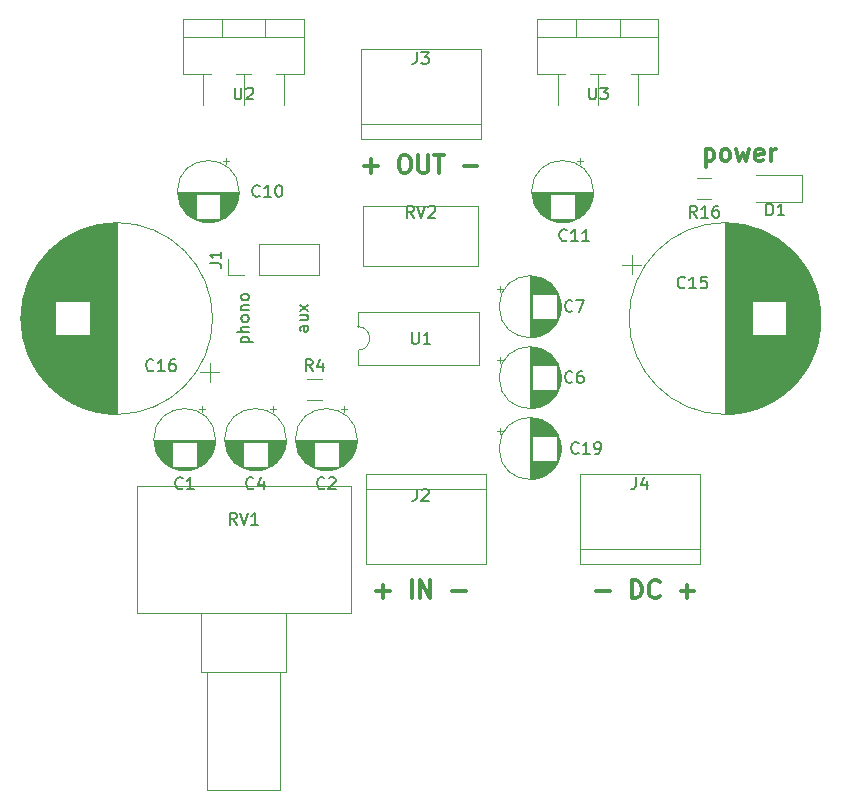
<source format=gbr>
G04 #@! TF.GenerationSoftware,KiCad,Pcbnew,(5.0.1)-3*
G04 #@! TF.CreationDate,2019-12-23T10:27:59+01:00*
G04 #@! TF.ProjectId,TDA2050 64W,54444132303530203634572E6B696361,rev?*
G04 #@! TF.SameCoordinates,PX68e7780PY7365040*
G04 #@! TF.FileFunction,Legend,Top*
G04 #@! TF.FilePolarity,Positive*
%FSLAX46Y46*%
G04 Gerber Fmt 4.6, Leading zero omitted, Abs format (unit mm)*
G04 Created by KiCad (PCBNEW (5.0.1)-3) date 23/12/2019 10:27:59*
%MOMM*%
%LPD*%
G01*
G04 APERTURE LIST*
%ADD10C,0.300000*%
%ADD11C,0.200000*%
%ADD12C,0.120000*%
%ADD13C,0.150000*%
G04 APERTURE END LIST*
D10*
X59107142Y39321429D02*
X59107142Y37821429D01*
X59107142Y39250000D02*
X59250000Y39321429D01*
X59535714Y39321429D01*
X59678571Y39250000D01*
X59750000Y39178572D01*
X59821428Y39035715D01*
X59821428Y38607143D01*
X59750000Y38464286D01*
X59678571Y38392858D01*
X59535714Y38321429D01*
X59250000Y38321429D01*
X59107142Y38392858D01*
X60678571Y38321429D02*
X60535714Y38392858D01*
X60464285Y38464286D01*
X60392857Y38607143D01*
X60392857Y39035715D01*
X60464285Y39178572D01*
X60535714Y39250000D01*
X60678571Y39321429D01*
X60892857Y39321429D01*
X61035714Y39250000D01*
X61107142Y39178572D01*
X61178571Y39035715D01*
X61178571Y38607143D01*
X61107142Y38464286D01*
X61035714Y38392858D01*
X60892857Y38321429D01*
X60678571Y38321429D01*
X61678571Y39321429D02*
X61964285Y38321429D01*
X62250000Y39035715D01*
X62535714Y38321429D01*
X62821428Y39321429D01*
X63964285Y38392858D02*
X63821428Y38321429D01*
X63535714Y38321429D01*
X63392857Y38392858D01*
X63321428Y38535715D01*
X63321428Y39107143D01*
X63392857Y39250000D01*
X63535714Y39321429D01*
X63821428Y39321429D01*
X63964285Y39250000D01*
X64035714Y39107143D01*
X64035714Y38964286D01*
X63321428Y38821429D01*
X64678571Y38321429D02*
X64678571Y39321429D01*
X64678571Y39035715D02*
X64750000Y39178572D01*
X64821428Y39250000D01*
X64964285Y39321429D01*
X65107142Y39321429D01*
D11*
X25452380Y24357143D02*
X24928571Y24357143D01*
X24833333Y24309524D01*
X24785714Y24214286D01*
X24785714Y24023810D01*
X24833333Y23928572D01*
X25404761Y24357143D02*
X25452380Y24261905D01*
X25452380Y24023810D01*
X25404761Y23928572D01*
X25309523Y23880953D01*
X25214285Y23880953D01*
X25119047Y23928572D01*
X25071428Y24023810D01*
X25071428Y24261905D01*
X25023809Y24357143D01*
X24785714Y25261905D02*
X25452380Y25261905D01*
X24785714Y24833334D02*
X25309523Y24833334D01*
X25404761Y24880953D01*
X25452380Y24976191D01*
X25452380Y25119048D01*
X25404761Y25214286D01*
X25357142Y25261905D01*
X25452380Y25642858D02*
X24785714Y26166667D01*
X24785714Y25642858D02*
X25452380Y26166667D01*
X19785714Y22976191D02*
X20785714Y22976191D01*
X19833333Y22976191D02*
X19785714Y23071429D01*
X19785714Y23261905D01*
X19833333Y23357143D01*
X19880952Y23404762D01*
X19976190Y23452381D01*
X20261904Y23452381D01*
X20357142Y23404762D01*
X20404761Y23357143D01*
X20452380Y23261905D01*
X20452380Y23071429D01*
X20404761Y22976191D01*
X20452380Y23880953D02*
X19452380Y23880953D01*
X20452380Y24309524D02*
X19928571Y24309524D01*
X19833333Y24261905D01*
X19785714Y24166667D01*
X19785714Y24023810D01*
X19833333Y23928572D01*
X19880952Y23880953D01*
X20452380Y24928572D02*
X20404761Y24833334D01*
X20357142Y24785715D01*
X20261904Y24738096D01*
X19976190Y24738096D01*
X19880952Y24785715D01*
X19833333Y24833334D01*
X19785714Y24928572D01*
X19785714Y25071429D01*
X19833333Y25166667D01*
X19880952Y25214286D01*
X19976190Y25261905D01*
X20261904Y25261905D01*
X20357142Y25214286D01*
X20404761Y25166667D01*
X20452380Y25071429D01*
X20452380Y24928572D01*
X19785714Y25690477D02*
X20452380Y25690477D01*
X19880952Y25690477D02*
X19833333Y25738096D01*
X19785714Y25833334D01*
X19785714Y25976191D01*
X19833333Y26071429D01*
X19928571Y26119048D01*
X20452380Y26119048D01*
X20452380Y26738096D02*
X20404761Y26642858D01*
X20357142Y26595239D01*
X20261904Y26547620D01*
X19976190Y26547620D01*
X19880952Y26595239D01*
X19833333Y26642858D01*
X19785714Y26738096D01*
X19785714Y26880953D01*
X19833333Y26976191D01*
X19880952Y27023810D01*
X19976190Y27071429D01*
X20261904Y27071429D01*
X20357142Y27023810D01*
X20404761Y26976191D01*
X20452380Y26880953D01*
X20452380Y26738096D01*
D10*
X31214285Y1892858D02*
X32357142Y1892858D01*
X31785714Y1321429D02*
X31785714Y2464286D01*
X34214285Y1321429D02*
X34214285Y2821429D01*
X34928571Y1321429D02*
X34928571Y2821429D01*
X35785714Y1321429D01*
X35785714Y2821429D01*
X37642857Y1892858D02*
X38785714Y1892858D01*
X30214285Y37892858D02*
X31357142Y37892858D01*
X30785714Y37321429D02*
X30785714Y38464286D01*
X33500000Y38821429D02*
X33785714Y38821429D01*
X33928571Y38750000D01*
X34071428Y38607143D01*
X34142857Y38321429D01*
X34142857Y37821429D01*
X34071428Y37535715D01*
X33928571Y37392858D01*
X33785714Y37321429D01*
X33500000Y37321429D01*
X33357142Y37392858D01*
X33214285Y37535715D01*
X33142857Y37821429D01*
X33142857Y38321429D01*
X33214285Y38607143D01*
X33357142Y38750000D01*
X33500000Y38821429D01*
X34785714Y38821429D02*
X34785714Y37607143D01*
X34857142Y37464286D01*
X34928571Y37392858D01*
X35071428Y37321429D01*
X35357142Y37321429D01*
X35500000Y37392858D01*
X35571428Y37464286D01*
X35642857Y37607143D01*
X35642857Y38821429D01*
X36142857Y38821429D02*
X37000000Y38821429D01*
X36571428Y37321429D02*
X36571428Y38821429D01*
X38642857Y37892858D02*
X39785714Y37892858D01*
X49857142Y1892858D02*
X51000000Y1892858D01*
X52857142Y1321429D02*
X52857142Y2821429D01*
X53214285Y2821429D01*
X53428571Y2750000D01*
X53571428Y2607143D01*
X53642857Y2464286D01*
X53714285Y2178572D01*
X53714285Y1964286D01*
X53642857Y1678572D01*
X53571428Y1535715D01*
X53428571Y1392858D01*
X53214285Y1321429D01*
X52857142Y1321429D01*
X55214285Y1464286D02*
X55142857Y1392858D01*
X54928571Y1321429D01*
X54785714Y1321429D01*
X54571428Y1392858D01*
X54428571Y1535715D01*
X54357142Y1678572D01*
X54285714Y1964286D01*
X54285714Y2178572D01*
X54357142Y2464286D01*
X54428571Y2607143D01*
X54571428Y2750000D01*
X54785714Y2821429D01*
X54928571Y2821429D01*
X55142857Y2750000D01*
X55214285Y2678572D01*
X57000000Y1892858D02*
X58142857Y1892858D01*
X57571428Y1321429D02*
X57571428Y2464286D01*
D12*
G04 #@! TO.C,J1*
X26410000Y28670000D02*
X26410000Y31330000D01*
X21270000Y28670000D02*
X26410000Y28670000D01*
X21270000Y31330000D02*
X26410000Y31330000D01*
X21270000Y28670000D02*
X21270000Y31330000D01*
X20000000Y28670000D02*
X18670000Y28670000D01*
X18670000Y28670000D02*
X18670000Y30000000D01*
G04 #@! TO.C,J2*
X30380000Y10540000D02*
X40540000Y10540000D01*
X30380000Y11810000D02*
X30380000Y4190000D01*
X30380000Y4190000D02*
X40540000Y4190000D01*
X40540000Y4190000D02*
X40540000Y11810000D01*
X40540000Y11810000D02*
X30380000Y11810000D01*
G04 #@! TO.C,J3*
X40120000Y41460000D02*
X29960000Y41460000D01*
X40120000Y40190000D02*
X40120000Y47810000D01*
X40120000Y47810000D02*
X29960000Y47810000D01*
X29960000Y47810000D02*
X29960000Y40190000D01*
X29960000Y40190000D02*
X40120000Y40190000D01*
G04 #@! TO.C,J4*
X48460000Y4190000D02*
X58620000Y4190000D01*
X48460000Y11810000D02*
X48460000Y4190000D01*
X58620000Y11810000D02*
X48460000Y11810000D01*
X58620000Y4190000D02*
X58620000Y11810000D01*
X58620000Y5460000D02*
X48460000Y5460000D01*
G04 #@! TO.C,RV1*
X29070000Y10820000D02*
X29070000Y80000D01*
X10930000Y10820000D02*
X10930000Y80000D01*
X29070000Y10820000D02*
X10930000Y10820000D01*
X29070000Y80000D02*
X10930000Y80000D01*
X23620000Y80000D02*
X23620000Y-4920000D01*
X16380000Y80000D02*
X16380000Y-4920000D01*
X23620000Y80000D02*
X16380000Y80000D01*
X23620000Y-4920000D02*
X16380000Y-4920000D01*
X23120000Y-4920000D02*
X23120000Y-14920000D01*
X16879000Y-4920000D02*
X16879000Y-14920000D01*
X23120000Y-4920000D02*
X16879000Y-4920000D01*
X23120000Y-14920000D02*
X16879000Y-14920000D01*
G04 #@! TO.C,RV2*
X30115000Y34530000D02*
X39885000Y34530000D01*
X30115000Y29460000D02*
X39885000Y29460000D01*
X30115000Y34530000D02*
X30115000Y29460000D01*
X39885000Y34530000D02*
X39885000Y29460000D01*
G04 #@! TO.C,U1*
X29670000Y24310000D02*
G75*
G02X29670000Y22310000I0J-1000000D01*
G01*
X29670000Y22310000D02*
X29670000Y21060000D01*
X29670000Y21060000D02*
X39950000Y21060000D01*
X39950000Y21060000D02*
X39950000Y25560000D01*
X39950000Y25560000D02*
X29670000Y25560000D01*
X29670000Y25560000D02*
X29670000Y24310000D01*
G04 #@! TO.C,U2*
X14879000Y50320000D02*
X25120000Y50320000D01*
X14879000Y45679000D02*
X17235000Y45679000D01*
X19365000Y45679000D02*
X20635000Y45679000D01*
X22765000Y45679000D02*
X25120000Y45679000D01*
X14879000Y50320000D02*
X14879000Y45679000D01*
X25120000Y50320000D02*
X25120000Y45679000D01*
X14879000Y48811000D02*
X25120000Y48811000D01*
X18150000Y50320000D02*
X18150000Y48811000D01*
X21850000Y50320000D02*
X21850000Y48811000D01*
X16600000Y45679000D02*
X16600000Y43049000D01*
X20000000Y45679000D02*
X20000000Y43065000D01*
X23400000Y45679000D02*
X23400000Y43065000D01*
G04 #@! TO.C,U3*
X53400000Y45679000D02*
X53400000Y43065000D01*
X50000000Y45679000D02*
X50000000Y43065000D01*
X46600000Y45679000D02*
X46600000Y43049000D01*
X51850000Y50320000D02*
X51850000Y48811000D01*
X48150000Y50320000D02*
X48150000Y48811000D01*
X44879000Y48811000D02*
X55120000Y48811000D01*
X55120000Y50320000D02*
X55120000Y45679000D01*
X44879000Y50320000D02*
X44879000Y45679000D01*
X52765000Y45679000D02*
X55120000Y45679000D01*
X49365000Y45679000D02*
X50635000Y45679000D01*
X44879000Y45679000D02*
X47235000Y45679000D01*
X44879000Y50320000D02*
X55120000Y50320000D01*
G04 #@! TO.C,D1*
X63400000Y34865000D02*
X67285000Y34865000D01*
X67285000Y34865000D02*
X67285000Y37135000D01*
X67285000Y37135000D02*
X63400000Y37135000D01*
G04 #@! TO.C,R4*
X26602064Y19910000D02*
X25397936Y19910000D01*
X26602064Y18090000D02*
X25397936Y18090000D01*
G04 #@! TO.C,R16*
X58397936Y35090000D02*
X59602064Y35090000D01*
X58397936Y36910000D02*
X59602064Y36910000D01*
G04 #@! TO.C,C1*
X16725000Y17304775D02*
X16225000Y17304775D01*
X16475000Y17554775D02*
X16475000Y17054775D01*
X15284000Y12149000D02*
X14716000Y12149000D01*
X15518000Y12189000D02*
X14482000Y12189000D01*
X15677000Y12229000D02*
X14323000Y12229000D01*
X15805000Y12269000D02*
X14195000Y12269000D01*
X15915000Y12309000D02*
X14085000Y12309000D01*
X16011000Y12349000D02*
X13989000Y12349000D01*
X16098000Y12389000D02*
X13902000Y12389000D01*
X16178000Y12429000D02*
X13822000Y12429000D01*
X13960000Y12469000D02*
X13749000Y12469000D01*
X16251000Y12469000D02*
X16040000Y12469000D01*
X13960000Y12509000D02*
X13681000Y12509000D01*
X16319000Y12509000D02*
X16040000Y12509000D01*
X13960000Y12549000D02*
X13617000Y12549000D01*
X16383000Y12549000D02*
X16040000Y12549000D01*
X13960000Y12589000D02*
X13557000Y12589000D01*
X16443000Y12589000D02*
X16040000Y12589000D01*
X13960000Y12629000D02*
X13500000Y12629000D01*
X16500000Y12629000D02*
X16040000Y12629000D01*
X13960000Y12669000D02*
X13446000Y12669000D01*
X16554000Y12669000D02*
X16040000Y12669000D01*
X13960000Y12709000D02*
X13395000Y12709000D01*
X16605000Y12709000D02*
X16040000Y12709000D01*
X13960000Y12749000D02*
X13347000Y12749000D01*
X16653000Y12749000D02*
X16040000Y12749000D01*
X13960000Y12789000D02*
X13301000Y12789000D01*
X16699000Y12789000D02*
X16040000Y12789000D01*
X13960000Y12829000D02*
X13257000Y12829000D01*
X16743000Y12829000D02*
X16040000Y12829000D01*
X13960000Y12869000D02*
X13215000Y12869000D01*
X16785000Y12869000D02*
X16040000Y12869000D01*
X13960000Y12909000D02*
X13174000Y12909000D01*
X16826000Y12909000D02*
X16040000Y12909000D01*
X13960000Y12949000D02*
X13136000Y12949000D01*
X16864000Y12949000D02*
X16040000Y12949000D01*
X13960000Y12989000D02*
X13099000Y12989000D01*
X16901000Y12989000D02*
X16040000Y12989000D01*
X13960000Y13029000D02*
X13063000Y13029000D01*
X16937000Y13029000D02*
X16040000Y13029000D01*
X13960000Y13069000D02*
X13029000Y13069000D01*
X16971000Y13069000D02*
X16040000Y13069000D01*
X13960000Y13109000D02*
X12996000Y13109000D01*
X17004000Y13109000D02*
X16040000Y13109000D01*
X13960000Y13149000D02*
X12965000Y13149000D01*
X17035000Y13149000D02*
X16040000Y13149000D01*
X13960000Y13189000D02*
X12935000Y13189000D01*
X17065000Y13189000D02*
X16040000Y13189000D01*
X13960000Y13229000D02*
X12905000Y13229000D01*
X17095000Y13229000D02*
X16040000Y13229000D01*
X13960000Y13269000D02*
X12878000Y13269000D01*
X17122000Y13269000D02*
X16040000Y13269000D01*
X13960000Y13309000D02*
X12851000Y13309000D01*
X17149000Y13309000D02*
X16040000Y13309000D01*
X13960000Y13349000D02*
X12825000Y13349000D01*
X17175000Y13349000D02*
X16040000Y13349000D01*
X13960000Y13389000D02*
X12800000Y13389000D01*
X17200000Y13389000D02*
X16040000Y13389000D01*
X13960000Y13429000D02*
X12776000Y13429000D01*
X17224000Y13429000D02*
X16040000Y13429000D01*
X13960000Y13469000D02*
X12753000Y13469000D01*
X17247000Y13469000D02*
X16040000Y13469000D01*
X13960000Y13509000D02*
X12732000Y13509000D01*
X17268000Y13509000D02*
X16040000Y13509000D01*
X13960000Y13549000D02*
X12710000Y13549000D01*
X17290000Y13549000D02*
X16040000Y13549000D01*
X13960000Y13589000D02*
X12690000Y13589000D01*
X17310000Y13589000D02*
X16040000Y13589000D01*
X13960000Y13629000D02*
X12671000Y13629000D01*
X17329000Y13629000D02*
X16040000Y13629000D01*
X13960000Y13669000D02*
X12652000Y13669000D01*
X17348000Y13669000D02*
X16040000Y13669000D01*
X13960000Y13709000D02*
X12635000Y13709000D01*
X17365000Y13709000D02*
X16040000Y13709000D01*
X13960000Y13749000D02*
X12618000Y13749000D01*
X17382000Y13749000D02*
X16040000Y13749000D01*
X13960000Y13789000D02*
X12602000Y13789000D01*
X17398000Y13789000D02*
X16040000Y13789000D01*
X13960000Y13829000D02*
X12586000Y13829000D01*
X17414000Y13829000D02*
X16040000Y13829000D01*
X13960000Y13869000D02*
X12572000Y13869000D01*
X17428000Y13869000D02*
X16040000Y13869000D01*
X13960000Y13909000D02*
X12558000Y13909000D01*
X17442000Y13909000D02*
X16040000Y13909000D01*
X13960000Y13949000D02*
X12545000Y13949000D01*
X17455000Y13949000D02*
X16040000Y13949000D01*
X13960000Y13989000D02*
X12532000Y13989000D01*
X17468000Y13989000D02*
X16040000Y13989000D01*
X13960000Y14029000D02*
X12520000Y14029000D01*
X17480000Y14029000D02*
X16040000Y14029000D01*
X13960000Y14070000D02*
X12509000Y14070000D01*
X17491000Y14070000D02*
X16040000Y14070000D01*
X13960000Y14110000D02*
X12499000Y14110000D01*
X17501000Y14110000D02*
X16040000Y14110000D01*
X13960000Y14150000D02*
X12489000Y14150000D01*
X17511000Y14150000D02*
X16040000Y14150000D01*
X13960000Y14190000D02*
X12480000Y14190000D01*
X17520000Y14190000D02*
X16040000Y14190000D01*
X13960000Y14230000D02*
X12472000Y14230000D01*
X17528000Y14230000D02*
X16040000Y14230000D01*
X13960000Y14270000D02*
X12464000Y14270000D01*
X17536000Y14270000D02*
X16040000Y14270000D01*
X13960000Y14310000D02*
X12457000Y14310000D01*
X17543000Y14310000D02*
X16040000Y14310000D01*
X13960000Y14350000D02*
X12450000Y14350000D01*
X17550000Y14350000D02*
X16040000Y14350000D01*
X13960000Y14390000D02*
X12444000Y14390000D01*
X17556000Y14390000D02*
X16040000Y14390000D01*
X13960000Y14430000D02*
X12439000Y14430000D01*
X17561000Y14430000D02*
X16040000Y14430000D01*
X13960000Y14470000D02*
X12435000Y14470000D01*
X17565000Y14470000D02*
X16040000Y14470000D01*
X13960000Y14510000D02*
X12431000Y14510000D01*
X17569000Y14510000D02*
X16040000Y14510000D01*
X17573000Y14550000D02*
X12427000Y14550000D01*
X17576000Y14590000D02*
X12424000Y14590000D01*
X17578000Y14630000D02*
X12422000Y14630000D01*
X17579000Y14670000D02*
X12421000Y14670000D01*
X17580000Y14710000D02*
X12420000Y14710000D01*
X17580000Y14750000D02*
X12420000Y14750000D01*
X17620000Y14750000D02*
G75*
G03X17620000Y14750000I-2620000J0D01*
G01*
G04 #@! TO.C,C2*
X29620000Y14750000D02*
G75*
G03X29620000Y14750000I-2620000J0D01*
G01*
X29580000Y14750000D02*
X24420000Y14750000D01*
X29580000Y14710000D02*
X24420000Y14710000D01*
X29579000Y14670000D02*
X24421000Y14670000D01*
X29578000Y14630000D02*
X24422000Y14630000D01*
X29576000Y14590000D02*
X24424000Y14590000D01*
X29573000Y14550000D02*
X24427000Y14550000D01*
X29569000Y14510000D02*
X28040000Y14510000D01*
X25960000Y14510000D02*
X24431000Y14510000D01*
X29565000Y14470000D02*
X28040000Y14470000D01*
X25960000Y14470000D02*
X24435000Y14470000D01*
X29561000Y14430000D02*
X28040000Y14430000D01*
X25960000Y14430000D02*
X24439000Y14430000D01*
X29556000Y14390000D02*
X28040000Y14390000D01*
X25960000Y14390000D02*
X24444000Y14390000D01*
X29550000Y14350000D02*
X28040000Y14350000D01*
X25960000Y14350000D02*
X24450000Y14350000D01*
X29543000Y14310000D02*
X28040000Y14310000D01*
X25960000Y14310000D02*
X24457000Y14310000D01*
X29536000Y14270000D02*
X28040000Y14270000D01*
X25960000Y14270000D02*
X24464000Y14270000D01*
X29528000Y14230000D02*
X28040000Y14230000D01*
X25960000Y14230000D02*
X24472000Y14230000D01*
X29520000Y14190000D02*
X28040000Y14190000D01*
X25960000Y14190000D02*
X24480000Y14190000D01*
X29511000Y14150000D02*
X28040000Y14150000D01*
X25960000Y14150000D02*
X24489000Y14150000D01*
X29501000Y14110000D02*
X28040000Y14110000D01*
X25960000Y14110000D02*
X24499000Y14110000D01*
X29491000Y14070000D02*
X28040000Y14070000D01*
X25960000Y14070000D02*
X24509000Y14070000D01*
X29480000Y14029000D02*
X28040000Y14029000D01*
X25960000Y14029000D02*
X24520000Y14029000D01*
X29468000Y13989000D02*
X28040000Y13989000D01*
X25960000Y13989000D02*
X24532000Y13989000D01*
X29455000Y13949000D02*
X28040000Y13949000D01*
X25960000Y13949000D02*
X24545000Y13949000D01*
X29442000Y13909000D02*
X28040000Y13909000D01*
X25960000Y13909000D02*
X24558000Y13909000D01*
X29428000Y13869000D02*
X28040000Y13869000D01*
X25960000Y13869000D02*
X24572000Y13869000D01*
X29414000Y13829000D02*
X28040000Y13829000D01*
X25960000Y13829000D02*
X24586000Y13829000D01*
X29398000Y13789000D02*
X28040000Y13789000D01*
X25960000Y13789000D02*
X24602000Y13789000D01*
X29382000Y13749000D02*
X28040000Y13749000D01*
X25960000Y13749000D02*
X24618000Y13749000D01*
X29365000Y13709000D02*
X28040000Y13709000D01*
X25960000Y13709000D02*
X24635000Y13709000D01*
X29348000Y13669000D02*
X28040000Y13669000D01*
X25960000Y13669000D02*
X24652000Y13669000D01*
X29329000Y13629000D02*
X28040000Y13629000D01*
X25960000Y13629000D02*
X24671000Y13629000D01*
X29310000Y13589000D02*
X28040000Y13589000D01*
X25960000Y13589000D02*
X24690000Y13589000D01*
X29290000Y13549000D02*
X28040000Y13549000D01*
X25960000Y13549000D02*
X24710000Y13549000D01*
X29268000Y13509000D02*
X28040000Y13509000D01*
X25960000Y13509000D02*
X24732000Y13509000D01*
X29247000Y13469000D02*
X28040000Y13469000D01*
X25960000Y13469000D02*
X24753000Y13469000D01*
X29224000Y13429000D02*
X28040000Y13429000D01*
X25960000Y13429000D02*
X24776000Y13429000D01*
X29200000Y13389000D02*
X28040000Y13389000D01*
X25960000Y13389000D02*
X24800000Y13389000D01*
X29175000Y13349000D02*
X28040000Y13349000D01*
X25960000Y13349000D02*
X24825000Y13349000D01*
X29149000Y13309000D02*
X28040000Y13309000D01*
X25960000Y13309000D02*
X24851000Y13309000D01*
X29122000Y13269000D02*
X28040000Y13269000D01*
X25960000Y13269000D02*
X24878000Y13269000D01*
X29095000Y13229000D02*
X28040000Y13229000D01*
X25960000Y13229000D02*
X24905000Y13229000D01*
X29065000Y13189000D02*
X28040000Y13189000D01*
X25960000Y13189000D02*
X24935000Y13189000D01*
X29035000Y13149000D02*
X28040000Y13149000D01*
X25960000Y13149000D02*
X24965000Y13149000D01*
X29004000Y13109000D02*
X28040000Y13109000D01*
X25960000Y13109000D02*
X24996000Y13109000D01*
X28971000Y13069000D02*
X28040000Y13069000D01*
X25960000Y13069000D02*
X25029000Y13069000D01*
X28937000Y13029000D02*
X28040000Y13029000D01*
X25960000Y13029000D02*
X25063000Y13029000D01*
X28901000Y12989000D02*
X28040000Y12989000D01*
X25960000Y12989000D02*
X25099000Y12989000D01*
X28864000Y12949000D02*
X28040000Y12949000D01*
X25960000Y12949000D02*
X25136000Y12949000D01*
X28826000Y12909000D02*
X28040000Y12909000D01*
X25960000Y12909000D02*
X25174000Y12909000D01*
X28785000Y12869000D02*
X28040000Y12869000D01*
X25960000Y12869000D02*
X25215000Y12869000D01*
X28743000Y12829000D02*
X28040000Y12829000D01*
X25960000Y12829000D02*
X25257000Y12829000D01*
X28699000Y12789000D02*
X28040000Y12789000D01*
X25960000Y12789000D02*
X25301000Y12789000D01*
X28653000Y12749000D02*
X28040000Y12749000D01*
X25960000Y12749000D02*
X25347000Y12749000D01*
X28605000Y12709000D02*
X28040000Y12709000D01*
X25960000Y12709000D02*
X25395000Y12709000D01*
X28554000Y12669000D02*
X28040000Y12669000D01*
X25960000Y12669000D02*
X25446000Y12669000D01*
X28500000Y12629000D02*
X28040000Y12629000D01*
X25960000Y12629000D02*
X25500000Y12629000D01*
X28443000Y12589000D02*
X28040000Y12589000D01*
X25960000Y12589000D02*
X25557000Y12589000D01*
X28383000Y12549000D02*
X28040000Y12549000D01*
X25960000Y12549000D02*
X25617000Y12549000D01*
X28319000Y12509000D02*
X28040000Y12509000D01*
X25960000Y12509000D02*
X25681000Y12509000D01*
X28251000Y12469000D02*
X28040000Y12469000D01*
X25960000Y12469000D02*
X25749000Y12469000D01*
X28178000Y12429000D02*
X25822000Y12429000D01*
X28098000Y12389000D02*
X25902000Y12389000D01*
X28011000Y12349000D02*
X25989000Y12349000D01*
X27915000Y12309000D02*
X26085000Y12309000D01*
X27805000Y12269000D02*
X26195000Y12269000D01*
X27677000Y12229000D02*
X26323000Y12229000D01*
X27518000Y12189000D02*
X26482000Y12189000D01*
X27284000Y12149000D02*
X26716000Y12149000D01*
X28475000Y17554775D02*
X28475000Y17054775D01*
X28725000Y17304775D02*
X28225000Y17304775D01*
G04 #@! TO.C,C4*
X23620000Y14750000D02*
G75*
G03X23620000Y14750000I-2620000J0D01*
G01*
X23580000Y14750000D02*
X18420000Y14750000D01*
X23580000Y14710000D02*
X18420000Y14710000D01*
X23579000Y14670000D02*
X18421000Y14670000D01*
X23578000Y14630000D02*
X18422000Y14630000D01*
X23576000Y14590000D02*
X18424000Y14590000D01*
X23573000Y14550000D02*
X18427000Y14550000D01*
X23569000Y14510000D02*
X22040000Y14510000D01*
X19960000Y14510000D02*
X18431000Y14510000D01*
X23565000Y14470000D02*
X22040000Y14470000D01*
X19960000Y14470000D02*
X18435000Y14470000D01*
X23561000Y14430000D02*
X22040000Y14430000D01*
X19960000Y14430000D02*
X18439000Y14430000D01*
X23556000Y14390000D02*
X22040000Y14390000D01*
X19960000Y14390000D02*
X18444000Y14390000D01*
X23550000Y14350000D02*
X22040000Y14350000D01*
X19960000Y14350000D02*
X18450000Y14350000D01*
X23543000Y14310000D02*
X22040000Y14310000D01*
X19960000Y14310000D02*
X18457000Y14310000D01*
X23536000Y14270000D02*
X22040000Y14270000D01*
X19960000Y14270000D02*
X18464000Y14270000D01*
X23528000Y14230000D02*
X22040000Y14230000D01*
X19960000Y14230000D02*
X18472000Y14230000D01*
X23520000Y14190000D02*
X22040000Y14190000D01*
X19960000Y14190000D02*
X18480000Y14190000D01*
X23511000Y14150000D02*
X22040000Y14150000D01*
X19960000Y14150000D02*
X18489000Y14150000D01*
X23501000Y14110000D02*
X22040000Y14110000D01*
X19960000Y14110000D02*
X18499000Y14110000D01*
X23491000Y14070000D02*
X22040000Y14070000D01*
X19960000Y14070000D02*
X18509000Y14070000D01*
X23480000Y14029000D02*
X22040000Y14029000D01*
X19960000Y14029000D02*
X18520000Y14029000D01*
X23468000Y13989000D02*
X22040000Y13989000D01*
X19960000Y13989000D02*
X18532000Y13989000D01*
X23455000Y13949000D02*
X22040000Y13949000D01*
X19960000Y13949000D02*
X18545000Y13949000D01*
X23442000Y13909000D02*
X22040000Y13909000D01*
X19960000Y13909000D02*
X18558000Y13909000D01*
X23428000Y13869000D02*
X22040000Y13869000D01*
X19960000Y13869000D02*
X18572000Y13869000D01*
X23414000Y13829000D02*
X22040000Y13829000D01*
X19960000Y13829000D02*
X18586000Y13829000D01*
X23398000Y13789000D02*
X22040000Y13789000D01*
X19960000Y13789000D02*
X18602000Y13789000D01*
X23382000Y13749000D02*
X22040000Y13749000D01*
X19960000Y13749000D02*
X18618000Y13749000D01*
X23365000Y13709000D02*
X22040000Y13709000D01*
X19960000Y13709000D02*
X18635000Y13709000D01*
X23348000Y13669000D02*
X22040000Y13669000D01*
X19960000Y13669000D02*
X18652000Y13669000D01*
X23329000Y13629000D02*
X22040000Y13629000D01*
X19960000Y13629000D02*
X18671000Y13629000D01*
X23310000Y13589000D02*
X22040000Y13589000D01*
X19960000Y13589000D02*
X18690000Y13589000D01*
X23290000Y13549000D02*
X22040000Y13549000D01*
X19960000Y13549000D02*
X18710000Y13549000D01*
X23268000Y13509000D02*
X22040000Y13509000D01*
X19960000Y13509000D02*
X18732000Y13509000D01*
X23247000Y13469000D02*
X22040000Y13469000D01*
X19960000Y13469000D02*
X18753000Y13469000D01*
X23224000Y13429000D02*
X22040000Y13429000D01*
X19960000Y13429000D02*
X18776000Y13429000D01*
X23200000Y13389000D02*
X22040000Y13389000D01*
X19960000Y13389000D02*
X18800000Y13389000D01*
X23175000Y13349000D02*
X22040000Y13349000D01*
X19960000Y13349000D02*
X18825000Y13349000D01*
X23149000Y13309000D02*
X22040000Y13309000D01*
X19960000Y13309000D02*
X18851000Y13309000D01*
X23122000Y13269000D02*
X22040000Y13269000D01*
X19960000Y13269000D02*
X18878000Y13269000D01*
X23095000Y13229000D02*
X22040000Y13229000D01*
X19960000Y13229000D02*
X18905000Y13229000D01*
X23065000Y13189000D02*
X22040000Y13189000D01*
X19960000Y13189000D02*
X18935000Y13189000D01*
X23035000Y13149000D02*
X22040000Y13149000D01*
X19960000Y13149000D02*
X18965000Y13149000D01*
X23004000Y13109000D02*
X22040000Y13109000D01*
X19960000Y13109000D02*
X18996000Y13109000D01*
X22971000Y13069000D02*
X22040000Y13069000D01*
X19960000Y13069000D02*
X19029000Y13069000D01*
X22937000Y13029000D02*
X22040000Y13029000D01*
X19960000Y13029000D02*
X19063000Y13029000D01*
X22901000Y12989000D02*
X22040000Y12989000D01*
X19960000Y12989000D02*
X19099000Y12989000D01*
X22864000Y12949000D02*
X22040000Y12949000D01*
X19960000Y12949000D02*
X19136000Y12949000D01*
X22826000Y12909000D02*
X22040000Y12909000D01*
X19960000Y12909000D02*
X19174000Y12909000D01*
X22785000Y12869000D02*
X22040000Y12869000D01*
X19960000Y12869000D02*
X19215000Y12869000D01*
X22743000Y12829000D02*
X22040000Y12829000D01*
X19960000Y12829000D02*
X19257000Y12829000D01*
X22699000Y12789000D02*
X22040000Y12789000D01*
X19960000Y12789000D02*
X19301000Y12789000D01*
X22653000Y12749000D02*
X22040000Y12749000D01*
X19960000Y12749000D02*
X19347000Y12749000D01*
X22605000Y12709000D02*
X22040000Y12709000D01*
X19960000Y12709000D02*
X19395000Y12709000D01*
X22554000Y12669000D02*
X22040000Y12669000D01*
X19960000Y12669000D02*
X19446000Y12669000D01*
X22500000Y12629000D02*
X22040000Y12629000D01*
X19960000Y12629000D02*
X19500000Y12629000D01*
X22443000Y12589000D02*
X22040000Y12589000D01*
X19960000Y12589000D02*
X19557000Y12589000D01*
X22383000Y12549000D02*
X22040000Y12549000D01*
X19960000Y12549000D02*
X19617000Y12549000D01*
X22319000Y12509000D02*
X22040000Y12509000D01*
X19960000Y12509000D02*
X19681000Y12509000D01*
X22251000Y12469000D02*
X22040000Y12469000D01*
X19960000Y12469000D02*
X19749000Y12469000D01*
X22178000Y12429000D02*
X19822000Y12429000D01*
X22098000Y12389000D02*
X19902000Y12389000D01*
X22011000Y12349000D02*
X19989000Y12349000D01*
X21915000Y12309000D02*
X20085000Y12309000D01*
X21805000Y12269000D02*
X20195000Y12269000D01*
X21677000Y12229000D02*
X20323000Y12229000D01*
X21518000Y12189000D02*
X20482000Y12189000D01*
X21284000Y12149000D02*
X20716000Y12149000D01*
X22475000Y17554775D02*
X22475000Y17054775D01*
X22725000Y17304775D02*
X22225000Y17304775D01*
G04 #@! TO.C,C6*
X41695225Y21725000D02*
X41695225Y21225000D01*
X41445225Y21475000D02*
X41945225Y21475000D01*
X46851000Y20284000D02*
X46851000Y19716000D01*
X46811000Y20518000D02*
X46811000Y19482000D01*
X46771000Y20677000D02*
X46771000Y19323000D01*
X46731000Y20805000D02*
X46731000Y19195000D01*
X46691000Y20915000D02*
X46691000Y19085000D01*
X46651000Y21011000D02*
X46651000Y18989000D01*
X46611000Y21098000D02*
X46611000Y18902000D01*
X46571000Y21178000D02*
X46571000Y18822000D01*
X46531000Y18960000D02*
X46531000Y18749000D01*
X46531000Y21251000D02*
X46531000Y21040000D01*
X46491000Y18960000D02*
X46491000Y18681000D01*
X46491000Y21319000D02*
X46491000Y21040000D01*
X46451000Y18960000D02*
X46451000Y18617000D01*
X46451000Y21383000D02*
X46451000Y21040000D01*
X46411000Y18960000D02*
X46411000Y18557000D01*
X46411000Y21443000D02*
X46411000Y21040000D01*
X46371000Y18960000D02*
X46371000Y18500000D01*
X46371000Y21500000D02*
X46371000Y21040000D01*
X46331000Y18960000D02*
X46331000Y18446000D01*
X46331000Y21554000D02*
X46331000Y21040000D01*
X46291000Y18960000D02*
X46291000Y18395000D01*
X46291000Y21605000D02*
X46291000Y21040000D01*
X46251000Y18960000D02*
X46251000Y18347000D01*
X46251000Y21653000D02*
X46251000Y21040000D01*
X46211000Y18960000D02*
X46211000Y18301000D01*
X46211000Y21699000D02*
X46211000Y21040000D01*
X46171000Y18960000D02*
X46171000Y18257000D01*
X46171000Y21743000D02*
X46171000Y21040000D01*
X46131000Y18960000D02*
X46131000Y18215000D01*
X46131000Y21785000D02*
X46131000Y21040000D01*
X46091000Y18960000D02*
X46091000Y18174000D01*
X46091000Y21826000D02*
X46091000Y21040000D01*
X46051000Y18960000D02*
X46051000Y18136000D01*
X46051000Y21864000D02*
X46051000Y21040000D01*
X46011000Y18960000D02*
X46011000Y18099000D01*
X46011000Y21901000D02*
X46011000Y21040000D01*
X45971000Y18960000D02*
X45971000Y18063000D01*
X45971000Y21937000D02*
X45971000Y21040000D01*
X45931000Y18960000D02*
X45931000Y18029000D01*
X45931000Y21971000D02*
X45931000Y21040000D01*
X45891000Y18960000D02*
X45891000Y17996000D01*
X45891000Y22004000D02*
X45891000Y21040000D01*
X45851000Y18960000D02*
X45851000Y17965000D01*
X45851000Y22035000D02*
X45851000Y21040000D01*
X45811000Y18960000D02*
X45811000Y17935000D01*
X45811000Y22065000D02*
X45811000Y21040000D01*
X45771000Y18960000D02*
X45771000Y17905000D01*
X45771000Y22095000D02*
X45771000Y21040000D01*
X45731000Y18960000D02*
X45731000Y17878000D01*
X45731000Y22122000D02*
X45731000Y21040000D01*
X45691000Y18960000D02*
X45691000Y17851000D01*
X45691000Y22149000D02*
X45691000Y21040000D01*
X45651000Y18960000D02*
X45651000Y17825000D01*
X45651000Y22175000D02*
X45651000Y21040000D01*
X45611000Y18960000D02*
X45611000Y17800000D01*
X45611000Y22200000D02*
X45611000Y21040000D01*
X45571000Y18960000D02*
X45571000Y17776000D01*
X45571000Y22224000D02*
X45571000Y21040000D01*
X45531000Y18960000D02*
X45531000Y17753000D01*
X45531000Y22247000D02*
X45531000Y21040000D01*
X45491000Y18960000D02*
X45491000Y17732000D01*
X45491000Y22268000D02*
X45491000Y21040000D01*
X45451000Y18960000D02*
X45451000Y17710000D01*
X45451000Y22290000D02*
X45451000Y21040000D01*
X45411000Y18960000D02*
X45411000Y17690000D01*
X45411000Y22310000D02*
X45411000Y21040000D01*
X45371000Y18960000D02*
X45371000Y17671000D01*
X45371000Y22329000D02*
X45371000Y21040000D01*
X45331000Y18960000D02*
X45331000Y17652000D01*
X45331000Y22348000D02*
X45331000Y21040000D01*
X45291000Y18960000D02*
X45291000Y17635000D01*
X45291000Y22365000D02*
X45291000Y21040000D01*
X45251000Y18960000D02*
X45251000Y17618000D01*
X45251000Y22382000D02*
X45251000Y21040000D01*
X45211000Y18960000D02*
X45211000Y17602000D01*
X45211000Y22398000D02*
X45211000Y21040000D01*
X45171000Y18960000D02*
X45171000Y17586000D01*
X45171000Y22414000D02*
X45171000Y21040000D01*
X45131000Y18960000D02*
X45131000Y17572000D01*
X45131000Y22428000D02*
X45131000Y21040000D01*
X45091000Y18960000D02*
X45091000Y17558000D01*
X45091000Y22442000D02*
X45091000Y21040000D01*
X45051000Y18960000D02*
X45051000Y17545000D01*
X45051000Y22455000D02*
X45051000Y21040000D01*
X45011000Y18960000D02*
X45011000Y17532000D01*
X45011000Y22468000D02*
X45011000Y21040000D01*
X44971000Y18960000D02*
X44971000Y17520000D01*
X44971000Y22480000D02*
X44971000Y21040000D01*
X44930000Y18960000D02*
X44930000Y17509000D01*
X44930000Y22491000D02*
X44930000Y21040000D01*
X44890000Y18960000D02*
X44890000Y17499000D01*
X44890000Y22501000D02*
X44890000Y21040000D01*
X44850000Y18960000D02*
X44850000Y17489000D01*
X44850000Y22511000D02*
X44850000Y21040000D01*
X44810000Y18960000D02*
X44810000Y17480000D01*
X44810000Y22520000D02*
X44810000Y21040000D01*
X44770000Y18960000D02*
X44770000Y17472000D01*
X44770000Y22528000D02*
X44770000Y21040000D01*
X44730000Y18960000D02*
X44730000Y17464000D01*
X44730000Y22536000D02*
X44730000Y21040000D01*
X44690000Y18960000D02*
X44690000Y17457000D01*
X44690000Y22543000D02*
X44690000Y21040000D01*
X44650000Y18960000D02*
X44650000Y17450000D01*
X44650000Y22550000D02*
X44650000Y21040000D01*
X44610000Y18960000D02*
X44610000Y17444000D01*
X44610000Y22556000D02*
X44610000Y21040000D01*
X44570000Y18960000D02*
X44570000Y17439000D01*
X44570000Y22561000D02*
X44570000Y21040000D01*
X44530000Y18960000D02*
X44530000Y17435000D01*
X44530000Y22565000D02*
X44530000Y21040000D01*
X44490000Y18960000D02*
X44490000Y17431000D01*
X44490000Y22569000D02*
X44490000Y21040000D01*
X44450000Y22573000D02*
X44450000Y17427000D01*
X44410000Y22576000D02*
X44410000Y17424000D01*
X44370000Y22578000D02*
X44370000Y17422000D01*
X44330000Y22579000D02*
X44330000Y17421000D01*
X44290000Y22580000D02*
X44290000Y17420000D01*
X44250000Y22580000D02*
X44250000Y17420000D01*
X46870000Y20000000D02*
G75*
G03X46870000Y20000000I-2620000J0D01*
G01*
G04 #@! TO.C,C7*
X41695225Y27725000D02*
X41695225Y27225000D01*
X41445225Y27475000D02*
X41945225Y27475000D01*
X46851000Y26284000D02*
X46851000Y25716000D01*
X46811000Y26518000D02*
X46811000Y25482000D01*
X46771000Y26677000D02*
X46771000Y25323000D01*
X46731000Y26805000D02*
X46731000Y25195000D01*
X46691000Y26915000D02*
X46691000Y25085000D01*
X46651000Y27011000D02*
X46651000Y24989000D01*
X46611000Y27098000D02*
X46611000Y24902000D01*
X46571000Y27178000D02*
X46571000Y24822000D01*
X46531000Y24960000D02*
X46531000Y24749000D01*
X46531000Y27251000D02*
X46531000Y27040000D01*
X46491000Y24960000D02*
X46491000Y24681000D01*
X46491000Y27319000D02*
X46491000Y27040000D01*
X46451000Y24960000D02*
X46451000Y24617000D01*
X46451000Y27383000D02*
X46451000Y27040000D01*
X46411000Y24960000D02*
X46411000Y24557000D01*
X46411000Y27443000D02*
X46411000Y27040000D01*
X46371000Y24960000D02*
X46371000Y24500000D01*
X46371000Y27500000D02*
X46371000Y27040000D01*
X46331000Y24960000D02*
X46331000Y24446000D01*
X46331000Y27554000D02*
X46331000Y27040000D01*
X46291000Y24960000D02*
X46291000Y24395000D01*
X46291000Y27605000D02*
X46291000Y27040000D01*
X46251000Y24960000D02*
X46251000Y24347000D01*
X46251000Y27653000D02*
X46251000Y27040000D01*
X46211000Y24960000D02*
X46211000Y24301000D01*
X46211000Y27699000D02*
X46211000Y27040000D01*
X46171000Y24960000D02*
X46171000Y24257000D01*
X46171000Y27743000D02*
X46171000Y27040000D01*
X46131000Y24960000D02*
X46131000Y24215000D01*
X46131000Y27785000D02*
X46131000Y27040000D01*
X46091000Y24960000D02*
X46091000Y24174000D01*
X46091000Y27826000D02*
X46091000Y27040000D01*
X46051000Y24960000D02*
X46051000Y24136000D01*
X46051000Y27864000D02*
X46051000Y27040000D01*
X46011000Y24960000D02*
X46011000Y24099000D01*
X46011000Y27901000D02*
X46011000Y27040000D01*
X45971000Y24960000D02*
X45971000Y24063000D01*
X45971000Y27937000D02*
X45971000Y27040000D01*
X45931000Y24960000D02*
X45931000Y24029000D01*
X45931000Y27971000D02*
X45931000Y27040000D01*
X45891000Y24960000D02*
X45891000Y23996000D01*
X45891000Y28004000D02*
X45891000Y27040000D01*
X45851000Y24960000D02*
X45851000Y23965000D01*
X45851000Y28035000D02*
X45851000Y27040000D01*
X45811000Y24960000D02*
X45811000Y23935000D01*
X45811000Y28065000D02*
X45811000Y27040000D01*
X45771000Y24960000D02*
X45771000Y23905000D01*
X45771000Y28095000D02*
X45771000Y27040000D01*
X45731000Y24960000D02*
X45731000Y23878000D01*
X45731000Y28122000D02*
X45731000Y27040000D01*
X45691000Y24960000D02*
X45691000Y23851000D01*
X45691000Y28149000D02*
X45691000Y27040000D01*
X45651000Y24960000D02*
X45651000Y23825000D01*
X45651000Y28175000D02*
X45651000Y27040000D01*
X45611000Y24960000D02*
X45611000Y23800000D01*
X45611000Y28200000D02*
X45611000Y27040000D01*
X45571000Y24960000D02*
X45571000Y23776000D01*
X45571000Y28224000D02*
X45571000Y27040000D01*
X45531000Y24960000D02*
X45531000Y23753000D01*
X45531000Y28247000D02*
X45531000Y27040000D01*
X45491000Y24960000D02*
X45491000Y23732000D01*
X45491000Y28268000D02*
X45491000Y27040000D01*
X45451000Y24960000D02*
X45451000Y23710000D01*
X45451000Y28290000D02*
X45451000Y27040000D01*
X45411000Y24960000D02*
X45411000Y23690000D01*
X45411000Y28310000D02*
X45411000Y27040000D01*
X45371000Y24960000D02*
X45371000Y23671000D01*
X45371000Y28329000D02*
X45371000Y27040000D01*
X45331000Y24960000D02*
X45331000Y23652000D01*
X45331000Y28348000D02*
X45331000Y27040000D01*
X45291000Y24960000D02*
X45291000Y23635000D01*
X45291000Y28365000D02*
X45291000Y27040000D01*
X45251000Y24960000D02*
X45251000Y23618000D01*
X45251000Y28382000D02*
X45251000Y27040000D01*
X45211000Y24960000D02*
X45211000Y23602000D01*
X45211000Y28398000D02*
X45211000Y27040000D01*
X45171000Y24960000D02*
X45171000Y23586000D01*
X45171000Y28414000D02*
X45171000Y27040000D01*
X45131000Y24960000D02*
X45131000Y23572000D01*
X45131000Y28428000D02*
X45131000Y27040000D01*
X45091000Y24960000D02*
X45091000Y23558000D01*
X45091000Y28442000D02*
X45091000Y27040000D01*
X45051000Y24960000D02*
X45051000Y23545000D01*
X45051000Y28455000D02*
X45051000Y27040000D01*
X45011000Y24960000D02*
X45011000Y23532000D01*
X45011000Y28468000D02*
X45011000Y27040000D01*
X44971000Y24960000D02*
X44971000Y23520000D01*
X44971000Y28480000D02*
X44971000Y27040000D01*
X44930000Y24960000D02*
X44930000Y23509000D01*
X44930000Y28491000D02*
X44930000Y27040000D01*
X44890000Y24960000D02*
X44890000Y23499000D01*
X44890000Y28501000D02*
X44890000Y27040000D01*
X44850000Y24960000D02*
X44850000Y23489000D01*
X44850000Y28511000D02*
X44850000Y27040000D01*
X44810000Y24960000D02*
X44810000Y23480000D01*
X44810000Y28520000D02*
X44810000Y27040000D01*
X44770000Y24960000D02*
X44770000Y23472000D01*
X44770000Y28528000D02*
X44770000Y27040000D01*
X44730000Y24960000D02*
X44730000Y23464000D01*
X44730000Y28536000D02*
X44730000Y27040000D01*
X44690000Y24960000D02*
X44690000Y23457000D01*
X44690000Y28543000D02*
X44690000Y27040000D01*
X44650000Y24960000D02*
X44650000Y23450000D01*
X44650000Y28550000D02*
X44650000Y27040000D01*
X44610000Y24960000D02*
X44610000Y23444000D01*
X44610000Y28556000D02*
X44610000Y27040000D01*
X44570000Y24960000D02*
X44570000Y23439000D01*
X44570000Y28561000D02*
X44570000Y27040000D01*
X44530000Y24960000D02*
X44530000Y23435000D01*
X44530000Y28565000D02*
X44530000Y27040000D01*
X44490000Y24960000D02*
X44490000Y23431000D01*
X44490000Y28569000D02*
X44490000Y27040000D01*
X44450000Y28573000D02*
X44450000Y23427000D01*
X44410000Y28576000D02*
X44410000Y23424000D01*
X44370000Y28578000D02*
X44370000Y23422000D01*
X44330000Y28579000D02*
X44330000Y23421000D01*
X44290000Y28580000D02*
X44290000Y23420000D01*
X44250000Y28580000D02*
X44250000Y23420000D01*
X46870000Y26000000D02*
G75*
G03X46870000Y26000000I-2620000J0D01*
G01*
G04 #@! TO.C,C10*
X18725000Y38304775D02*
X18225000Y38304775D01*
X18475000Y38554775D02*
X18475000Y38054775D01*
X17284000Y33149000D02*
X16716000Y33149000D01*
X17518000Y33189000D02*
X16482000Y33189000D01*
X17677000Y33229000D02*
X16323000Y33229000D01*
X17805000Y33269000D02*
X16195000Y33269000D01*
X17915000Y33309000D02*
X16085000Y33309000D01*
X18011000Y33349000D02*
X15989000Y33349000D01*
X18098000Y33389000D02*
X15902000Y33389000D01*
X18178000Y33429000D02*
X15822000Y33429000D01*
X15960000Y33469000D02*
X15749000Y33469000D01*
X18251000Y33469000D02*
X18040000Y33469000D01*
X15960000Y33509000D02*
X15681000Y33509000D01*
X18319000Y33509000D02*
X18040000Y33509000D01*
X15960000Y33549000D02*
X15617000Y33549000D01*
X18383000Y33549000D02*
X18040000Y33549000D01*
X15960000Y33589000D02*
X15557000Y33589000D01*
X18443000Y33589000D02*
X18040000Y33589000D01*
X15960000Y33629000D02*
X15500000Y33629000D01*
X18500000Y33629000D02*
X18040000Y33629000D01*
X15960000Y33669000D02*
X15446000Y33669000D01*
X18554000Y33669000D02*
X18040000Y33669000D01*
X15960000Y33709000D02*
X15395000Y33709000D01*
X18605000Y33709000D02*
X18040000Y33709000D01*
X15960000Y33749000D02*
X15347000Y33749000D01*
X18653000Y33749000D02*
X18040000Y33749000D01*
X15960000Y33789000D02*
X15301000Y33789000D01*
X18699000Y33789000D02*
X18040000Y33789000D01*
X15960000Y33829000D02*
X15257000Y33829000D01*
X18743000Y33829000D02*
X18040000Y33829000D01*
X15960000Y33869000D02*
X15215000Y33869000D01*
X18785000Y33869000D02*
X18040000Y33869000D01*
X15960000Y33909000D02*
X15174000Y33909000D01*
X18826000Y33909000D02*
X18040000Y33909000D01*
X15960000Y33949000D02*
X15136000Y33949000D01*
X18864000Y33949000D02*
X18040000Y33949000D01*
X15960000Y33989000D02*
X15099000Y33989000D01*
X18901000Y33989000D02*
X18040000Y33989000D01*
X15960000Y34029000D02*
X15063000Y34029000D01*
X18937000Y34029000D02*
X18040000Y34029000D01*
X15960000Y34069000D02*
X15029000Y34069000D01*
X18971000Y34069000D02*
X18040000Y34069000D01*
X15960000Y34109000D02*
X14996000Y34109000D01*
X19004000Y34109000D02*
X18040000Y34109000D01*
X15960000Y34149000D02*
X14965000Y34149000D01*
X19035000Y34149000D02*
X18040000Y34149000D01*
X15960000Y34189000D02*
X14935000Y34189000D01*
X19065000Y34189000D02*
X18040000Y34189000D01*
X15960000Y34229000D02*
X14905000Y34229000D01*
X19095000Y34229000D02*
X18040000Y34229000D01*
X15960000Y34269000D02*
X14878000Y34269000D01*
X19122000Y34269000D02*
X18040000Y34269000D01*
X15960000Y34309000D02*
X14851000Y34309000D01*
X19149000Y34309000D02*
X18040000Y34309000D01*
X15960000Y34349000D02*
X14825000Y34349000D01*
X19175000Y34349000D02*
X18040000Y34349000D01*
X15960000Y34389000D02*
X14800000Y34389000D01*
X19200000Y34389000D02*
X18040000Y34389000D01*
X15960000Y34429000D02*
X14776000Y34429000D01*
X19224000Y34429000D02*
X18040000Y34429000D01*
X15960000Y34469000D02*
X14753000Y34469000D01*
X19247000Y34469000D02*
X18040000Y34469000D01*
X15960000Y34509000D02*
X14732000Y34509000D01*
X19268000Y34509000D02*
X18040000Y34509000D01*
X15960000Y34549000D02*
X14710000Y34549000D01*
X19290000Y34549000D02*
X18040000Y34549000D01*
X15960000Y34589000D02*
X14690000Y34589000D01*
X19310000Y34589000D02*
X18040000Y34589000D01*
X15960000Y34629000D02*
X14671000Y34629000D01*
X19329000Y34629000D02*
X18040000Y34629000D01*
X15960000Y34669000D02*
X14652000Y34669000D01*
X19348000Y34669000D02*
X18040000Y34669000D01*
X15960000Y34709000D02*
X14635000Y34709000D01*
X19365000Y34709000D02*
X18040000Y34709000D01*
X15960000Y34749000D02*
X14618000Y34749000D01*
X19382000Y34749000D02*
X18040000Y34749000D01*
X15960000Y34789000D02*
X14602000Y34789000D01*
X19398000Y34789000D02*
X18040000Y34789000D01*
X15960000Y34829000D02*
X14586000Y34829000D01*
X19414000Y34829000D02*
X18040000Y34829000D01*
X15960000Y34869000D02*
X14572000Y34869000D01*
X19428000Y34869000D02*
X18040000Y34869000D01*
X15960000Y34909000D02*
X14558000Y34909000D01*
X19442000Y34909000D02*
X18040000Y34909000D01*
X15960000Y34949000D02*
X14545000Y34949000D01*
X19455000Y34949000D02*
X18040000Y34949000D01*
X15960000Y34989000D02*
X14532000Y34989000D01*
X19468000Y34989000D02*
X18040000Y34989000D01*
X15960000Y35029000D02*
X14520000Y35029000D01*
X19480000Y35029000D02*
X18040000Y35029000D01*
X15960000Y35070000D02*
X14509000Y35070000D01*
X19491000Y35070000D02*
X18040000Y35070000D01*
X15960000Y35110000D02*
X14499000Y35110000D01*
X19501000Y35110000D02*
X18040000Y35110000D01*
X15960000Y35150000D02*
X14489000Y35150000D01*
X19511000Y35150000D02*
X18040000Y35150000D01*
X15960000Y35190000D02*
X14480000Y35190000D01*
X19520000Y35190000D02*
X18040000Y35190000D01*
X15960000Y35230000D02*
X14472000Y35230000D01*
X19528000Y35230000D02*
X18040000Y35230000D01*
X15960000Y35270000D02*
X14464000Y35270000D01*
X19536000Y35270000D02*
X18040000Y35270000D01*
X15960000Y35310000D02*
X14457000Y35310000D01*
X19543000Y35310000D02*
X18040000Y35310000D01*
X15960000Y35350000D02*
X14450000Y35350000D01*
X19550000Y35350000D02*
X18040000Y35350000D01*
X15960000Y35390000D02*
X14444000Y35390000D01*
X19556000Y35390000D02*
X18040000Y35390000D01*
X15960000Y35430000D02*
X14439000Y35430000D01*
X19561000Y35430000D02*
X18040000Y35430000D01*
X15960000Y35470000D02*
X14435000Y35470000D01*
X19565000Y35470000D02*
X18040000Y35470000D01*
X15960000Y35510000D02*
X14431000Y35510000D01*
X19569000Y35510000D02*
X18040000Y35510000D01*
X19573000Y35550000D02*
X14427000Y35550000D01*
X19576000Y35590000D02*
X14424000Y35590000D01*
X19578000Y35630000D02*
X14422000Y35630000D01*
X19579000Y35670000D02*
X14421000Y35670000D01*
X19580000Y35710000D02*
X14420000Y35710000D01*
X19580000Y35750000D02*
X14420000Y35750000D01*
X19620000Y35750000D02*
G75*
G03X19620000Y35750000I-2620000J0D01*
G01*
G04 #@! TO.C,C11*
X49620000Y35750000D02*
G75*
G03X49620000Y35750000I-2620000J0D01*
G01*
X49580000Y35750000D02*
X44420000Y35750000D01*
X49580000Y35710000D02*
X44420000Y35710000D01*
X49579000Y35670000D02*
X44421000Y35670000D01*
X49578000Y35630000D02*
X44422000Y35630000D01*
X49576000Y35590000D02*
X44424000Y35590000D01*
X49573000Y35550000D02*
X44427000Y35550000D01*
X49569000Y35510000D02*
X48040000Y35510000D01*
X45960000Y35510000D02*
X44431000Y35510000D01*
X49565000Y35470000D02*
X48040000Y35470000D01*
X45960000Y35470000D02*
X44435000Y35470000D01*
X49561000Y35430000D02*
X48040000Y35430000D01*
X45960000Y35430000D02*
X44439000Y35430000D01*
X49556000Y35390000D02*
X48040000Y35390000D01*
X45960000Y35390000D02*
X44444000Y35390000D01*
X49550000Y35350000D02*
X48040000Y35350000D01*
X45960000Y35350000D02*
X44450000Y35350000D01*
X49543000Y35310000D02*
X48040000Y35310000D01*
X45960000Y35310000D02*
X44457000Y35310000D01*
X49536000Y35270000D02*
X48040000Y35270000D01*
X45960000Y35270000D02*
X44464000Y35270000D01*
X49528000Y35230000D02*
X48040000Y35230000D01*
X45960000Y35230000D02*
X44472000Y35230000D01*
X49520000Y35190000D02*
X48040000Y35190000D01*
X45960000Y35190000D02*
X44480000Y35190000D01*
X49511000Y35150000D02*
X48040000Y35150000D01*
X45960000Y35150000D02*
X44489000Y35150000D01*
X49501000Y35110000D02*
X48040000Y35110000D01*
X45960000Y35110000D02*
X44499000Y35110000D01*
X49491000Y35070000D02*
X48040000Y35070000D01*
X45960000Y35070000D02*
X44509000Y35070000D01*
X49480000Y35029000D02*
X48040000Y35029000D01*
X45960000Y35029000D02*
X44520000Y35029000D01*
X49468000Y34989000D02*
X48040000Y34989000D01*
X45960000Y34989000D02*
X44532000Y34989000D01*
X49455000Y34949000D02*
X48040000Y34949000D01*
X45960000Y34949000D02*
X44545000Y34949000D01*
X49442000Y34909000D02*
X48040000Y34909000D01*
X45960000Y34909000D02*
X44558000Y34909000D01*
X49428000Y34869000D02*
X48040000Y34869000D01*
X45960000Y34869000D02*
X44572000Y34869000D01*
X49414000Y34829000D02*
X48040000Y34829000D01*
X45960000Y34829000D02*
X44586000Y34829000D01*
X49398000Y34789000D02*
X48040000Y34789000D01*
X45960000Y34789000D02*
X44602000Y34789000D01*
X49382000Y34749000D02*
X48040000Y34749000D01*
X45960000Y34749000D02*
X44618000Y34749000D01*
X49365000Y34709000D02*
X48040000Y34709000D01*
X45960000Y34709000D02*
X44635000Y34709000D01*
X49348000Y34669000D02*
X48040000Y34669000D01*
X45960000Y34669000D02*
X44652000Y34669000D01*
X49329000Y34629000D02*
X48040000Y34629000D01*
X45960000Y34629000D02*
X44671000Y34629000D01*
X49310000Y34589000D02*
X48040000Y34589000D01*
X45960000Y34589000D02*
X44690000Y34589000D01*
X49290000Y34549000D02*
X48040000Y34549000D01*
X45960000Y34549000D02*
X44710000Y34549000D01*
X49268000Y34509000D02*
X48040000Y34509000D01*
X45960000Y34509000D02*
X44732000Y34509000D01*
X49247000Y34469000D02*
X48040000Y34469000D01*
X45960000Y34469000D02*
X44753000Y34469000D01*
X49224000Y34429000D02*
X48040000Y34429000D01*
X45960000Y34429000D02*
X44776000Y34429000D01*
X49200000Y34389000D02*
X48040000Y34389000D01*
X45960000Y34389000D02*
X44800000Y34389000D01*
X49175000Y34349000D02*
X48040000Y34349000D01*
X45960000Y34349000D02*
X44825000Y34349000D01*
X49149000Y34309000D02*
X48040000Y34309000D01*
X45960000Y34309000D02*
X44851000Y34309000D01*
X49122000Y34269000D02*
X48040000Y34269000D01*
X45960000Y34269000D02*
X44878000Y34269000D01*
X49095000Y34229000D02*
X48040000Y34229000D01*
X45960000Y34229000D02*
X44905000Y34229000D01*
X49065000Y34189000D02*
X48040000Y34189000D01*
X45960000Y34189000D02*
X44935000Y34189000D01*
X49035000Y34149000D02*
X48040000Y34149000D01*
X45960000Y34149000D02*
X44965000Y34149000D01*
X49004000Y34109000D02*
X48040000Y34109000D01*
X45960000Y34109000D02*
X44996000Y34109000D01*
X48971000Y34069000D02*
X48040000Y34069000D01*
X45960000Y34069000D02*
X45029000Y34069000D01*
X48937000Y34029000D02*
X48040000Y34029000D01*
X45960000Y34029000D02*
X45063000Y34029000D01*
X48901000Y33989000D02*
X48040000Y33989000D01*
X45960000Y33989000D02*
X45099000Y33989000D01*
X48864000Y33949000D02*
X48040000Y33949000D01*
X45960000Y33949000D02*
X45136000Y33949000D01*
X48826000Y33909000D02*
X48040000Y33909000D01*
X45960000Y33909000D02*
X45174000Y33909000D01*
X48785000Y33869000D02*
X48040000Y33869000D01*
X45960000Y33869000D02*
X45215000Y33869000D01*
X48743000Y33829000D02*
X48040000Y33829000D01*
X45960000Y33829000D02*
X45257000Y33829000D01*
X48699000Y33789000D02*
X48040000Y33789000D01*
X45960000Y33789000D02*
X45301000Y33789000D01*
X48653000Y33749000D02*
X48040000Y33749000D01*
X45960000Y33749000D02*
X45347000Y33749000D01*
X48605000Y33709000D02*
X48040000Y33709000D01*
X45960000Y33709000D02*
X45395000Y33709000D01*
X48554000Y33669000D02*
X48040000Y33669000D01*
X45960000Y33669000D02*
X45446000Y33669000D01*
X48500000Y33629000D02*
X48040000Y33629000D01*
X45960000Y33629000D02*
X45500000Y33629000D01*
X48443000Y33589000D02*
X48040000Y33589000D01*
X45960000Y33589000D02*
X45557000Y33589000D01*
X48383000Y33549000D02*
X48040000Y33549000D01*
X45960000Y33549000D02*
X45617000Y33549000D01*
X48319000Y33509000D02*
X48040000Y33509000D01*
X45960000Y33509000D02*
X45681000Y33509000D01*
X48251000Y33469000D02*
X48040000Y33469000D01*
X45960000Y33469000D02*
X45749000Y33469000D01*
X48178000Y33429000D02*
X45822000Y33429000D01*
X48098000Y33389000D02*
X45902000Y33389000D01*
X48011000Y33349000D02*
X45989000Y33349000D01*
X47915000Y33309000D02*
X46085000Y33309000D01*
X47805000Y33269000D02*
X46195000Y33269000D01*
X47677000Y33229000D02*
X46323000Y33229000D01*
X47518000Y33189000D02*
X46482000Y33189000D01*
X47284000Y33149000D02*
X46716000Y33149000D01*
X48475000Y38554775D02*
X48475000Y38054775D01*
X48725000Y38304775D02*
X48225000Y38304775D01*
G04 #@! TO.C,C15*
X68870000Y25000000D02*
G75*
G03X68870000Y25000000I-8120000J0D01*
G01*
X60750000Y33081000D02*
X60750000Y16919000D01*
X60790000Y33080000D02*
X60790000Y16920000D01*
X60830000Y33080000D02*
X60830000Y16920000D01*
X60870000Y33080000D02*
X60870000Y16920000D01*
X60910000Y33079000D02*
X60910000Y16921000D01*
X60950000Y33078000D02*
X60950000Y16922000D01*
X60990000Y33077000D02*
X60990000Y16923000D01*
X61030000Y33076000D02*
X61030000Y16924000D01*
X61070000Y33074000D02*
X61070000Y16926000D01*
X61110000Y33073000D02*
X61110000Y16927000D01*
X61150000Y33071000D02*
X61150000Y16929000D01*
X61190000Y33069000D02*
X61190000Y16931000D01*
X61230000Y33066000D02*
X61230000Y16934000D01*
X61270000Y33064000D02*
X61270000Y16936000D01*
X61310000Y33061000D02*
X61310000Y16939000D01*
X61350000Y33058000D02*
X61350000Y16942000D01*
X61390000Y33055000D02*
X61390000Y16945000D01*
X61430000Y33052000D02*
X61430000Y16948000D01*
X61471000Y33049000D02*
X61471000Y16951000D01*
X61511000Y33045000D02*
X61511000Y16955000D01*
X61551000Y33041000D02*
X61551000Y16959000D01*
X61591000Y33037000D02*
X61591000Y16963000D01*
X61631000Y33033000D02*
X61631000Y16967000D01*
X61671000Y33028000D02*
X61671000Y16972000D01*
X61711000Y33024000D02*
X61711000Y16976000D01*
X61751000Y33019000D02*
X61751000Y16981000D01*
X61791000Y33014000D02*
X61791000Y16986000D01*
X61831000Y33008000D02*
X61831000Y16992000D01*
X61871000Y33003000D02*
X61871000Y16997000D01*
X61911000Y32997000D02*
X61911000Y17003000D01*
X61951000Y32991000D02*
X61951000Y17009000D01*
X61991000Y32985000D02*
X61991000Y17015000D01*
X62031000Y32979000D02*
X62031000Y17021000D01*
X62071000Y32972000D02*
X62071000Y17028000D01*
X62111000Y32966000D02*
X62111000Y17034000D01*
X62151000Y32959000D02*
X62151000Y17041000D01*
X62191000Y32952000D02*
X62191000Y17048000D01*
X62231000Y32944000D02*
X62231000Y17056000D01*
X62271000Y32937000D02*
X62271000Y17063000D01*
X62311000Y32929000D02*
X62311000Y17071000D01*
X62351000Y32921000D02*
X62351000Y17079000D01*
X62391000Y32913000D02*
X62391000Y17087000D01*
X62431000Y32905000D02*
X62431000Y17095000D01*
X62471000Y32896000D02*
X62471000Y17104000D01*
X62511000Y32887000D02*
X62511000Y17113000D01*
X62551000Y32878000D02*
X62551000Y17122000D01*
X62591000Y32869000D02*
X62591000Y17131000D01*
X62631000Y32860000D02*
X62631000Y17140000D01*
X62671000Y32850000D02*
X62671000Y17150000D01*
X62711000Y32840000D02*
X62711000Y17160000D01*
X62751000Y32830000D02*
X62751000Y17170000D01*
X62791000Y32820000D02*
X62791000Y17180000D01*
X62831000Y32810000D02*
X62831000Y17190000D01*
X62871000Y32799000D02*
X62871000Y17201000D01*
X62911000Y32788000D02*
X62911000Y17212000D01*
X62951000Y32777000D02*
X62951000Y17223000D01*
X62991000Y32765000D02*
X62991000Y17235000D01*
X63031000Y32754000D02*
X63031000Y17246000D01*
X63071000Y32742000D02*
X63071000Y26440000D01*
X63071000Y23560000D02*
X63071000Y17258000D01*
X63111000Y32730000D02*
X63111000Y26440000D01*
X63111000Y23560000D02*
X63111000Y17270000D01*
X63151000Y32718000D02*
X63151000Y26440000D01*
X63151000Y23560000D02*
X63151000Y17282000D01*
X63191000Y32705000D02*
X63191000Y26440000D01*
X63191000Y23560000D02*
X63191000Y17295000D01*
X63231000Y32693000D02*
X63231000Y26440000D01*
X63231000Y23560000D02*
X63231000Y17307000D01*
X63271000Y32680000D02*
X63271000Y26440000D01*
X63271000Y23560000D02*
X63271000Y17320000D01*
X63311000Y32666000D02*
X63311000Y26440000D01*
X63311000Y23560000D02*
X63311000Y17334000D01*
X63351000Y32653000D02*
X63351000Y26440000D01*
X63351000Y23560000D02*
X63351000Y17347000D01*
X63391000Y32639000D02*
X63391000Y26440000D01*
X63391000Y23560000D02*
X63391000Y17361000D01*
X63431000Y32625000D02*
X63431000Y26440000D01*
X63431000Y23560000D02*
X63431000Y17375000D01*
X63471000Y32611000D02*
X63471000Y26440000D01*
X63471000Y23560000D02*
X63471000Y17389000D01*
X63511000Y32597000D02*
X63511000Y26440000D01*
X63511000Y23560000D02*
X63511000Y17403000D01*
X63551000Y32582000D02*
X63551000Y26440000D01*
X63551000Y23560000D02*
X63551000Y17418000D01*
X63591000Y32568000D02*
X63591000Y26440000D01*
X63591000Y23560000D02*
X63591000Y17432000D01*
X63631000Y32553000D02*
X63631000Y26440000D01*
X63631000Y23560000D02*
X63631000Y17447000D01*
X63671000Y32537000D02*
X63671000Y26440000D01*
X63671000Y23560000D02*
X63671000Y17463000D01*
X63711000Y32522000D02*
X63711000Y26440000D01*
X63711000Y23560000D02*
X63711000Y17478000D01*
X63751000Y32506000D02*
X63751000Y26440000D01*
X63751000Y23560000D02*
X63751000Y17494000D01*
X63791000Y32490000D02*
X63791000Y26440000D01*
X63791000Y23560000D02*
X63791000Y17510000D01*
X63831000Y32474000D02*
X63831000Y26440000D01*
X63831000Y23560000D02*
X63831000Y17526000D01*
X63871000Y32457000D02*
X63871000Y26440000D01*
X63871000Y23560000D02*
X63871000Y17543000D01*
X63911000Y32440000D02*
X63911000Y26440000D01*
X63911000Y23560000D02*
X63911000Y17560000D01*
X63951000Y32423000D02*
X63951000Y26440000D01*
X63951000Y23560000D02*
X63951000Y17577000D01*
X63991000Y32406000D02*
X63991000Y26440000D01*
X63991000Y23560000D02*
X63991000Y17594000D01*
X64031000Y32389000D02*
X64031000Y26440000D01*
X64031000Y23560000D02*
X64031000Y17611000D01*
X64071000Y32371000D02*
X64071000Y26440000D01*
X64071000Y23560000D02*
X64071000Y17629000D01*
X64111000Y32353000D02*
X64111000Y26440000D01*
X64111000Y23560000D02*
X64111000Y17647000D01*
X64151000Y32334000D02*
X64151000Y26440000D01*
X64151000Y23560000D02*
X64151000Y17666000D01*
X64191000Y32316000D02*
X64191000Y26440000D01*
X64191000Y23560000D02*
X64191000Y17684000D01*
X64231000Y32297000D02*
X64231000Y26440000D01*
X64231000Y23560000D02*
X64231000Y17703000D01*
X64271000Y32278000D02*
X64271000Y26440000D01*
X64271000Y23560000D02*
X64271000Y17722000D01*
X64311000Y32258000D02*
X64311000Y26440000D01*
X64311000Y23560000D02*
X64311000Y17742000D01*
X64351000Y32239000D02*
X64351000Y26440000D01*
X64351000Y23560000D02*
X64351000Y17761000D01*
X64391000Y32219000D02*
X64391000Y26440000D01*
X64391000Y23560000D02*
X64391000Y17781000D01*
X64431000Y32199000D02*
X64431000Y26440000D01*
X64431000Y23560000D02*
X64431000Y17801000D01*
X64471000Y32178000D02*
X64471000Y26440000D01*
X64471000Y23560000D02*
X64471000Y17822000D01*
X64511000Y32157000D02*
X64511000Y26440000D01*
X64511000Y23560000D02*
X64511000Y17843000D01*
X64551000Y32136000D02*
X64551000Y26440000D01*
X64551000Y23560000D02*
X64551000Y17864000D01*
X64591000Y32115000D02*
X64591000Y26440000D01*
X64591000Y23560000D02*
X64591000Y17885000D01*
X64631000Y32094000D02*
X64631000Y26440000D01*
X64631000Y23560000D02*
X64631000Y17906000D01*
X64671000Y32072000D02*
X64671000Y26440000D01*
X64671000Y23560000D02*
X64671000Y17928000D01*
X64711000Y32049000D02*
X64711000Y26440000D01*
X64711000Y23560000D02*
X64711000Y17951000D01*
X64751000Y32027000D02*
X64751000Y26440000D01*
X64751000Y23560000D02*
X64751000Y17973000D01*
X64791000Y32004000D02*
X64791000Y26440000D01*
X64791000Y23560000D02*
X64791000Y17996000D01*
X64831000Y31981000D02*
X64831000Y26440000D01*
X64831000Y23560000D02*
X64831000Y18019000D01*
X64871000Y31958000D02*
X64871000Y26440000D01*
X64871000Y23560000D02*
X64871000Y18042000D01*
X64911000Y31934000D02*
X64911000Y26440000D01*
X64911000Y23560000D02*
X64911000Y18066000D01*
X64951000Y31910000D02*
X64951000Y26440000D01*
X64951000Y23560000D02*
X64951000Y18090000D01*
X64991000Y31886000D02*
X64991000Y26440000D01*
X64991000Y23560000D02*
X64991000Y18114000D01*
X65031000Y31861000D02*
X65031000Y26440000D01*
X65031000Y23560000D02*
X65031000Y18139000D01*
X65071000Y31836000D02*
X65071000Y26440000D01*
X65071000Y23560000D02*
X65071000Y18164000D01*
X65111000Y31811000D02*
X65111000Y26440000D01*
X65111000Y23560000D02*
X65111000Y18189000D01*
X65151000Y31785000D02*
X65151000Y26440000D01*
X65151000Y23560000D02*
X65151000Y18215000D01*
X65191000Y31759000D02*
X65191000Y26440000D01*
X65191000Y23560000D02*
X65191000Y18241000D01*
X65231000Y31733000D02*
X65231000Y26440000D01*
X65231000Y23560000D02*
X65231000Y18267000D01*
X65271000Y31706000D02*
X65271000Y26440000D01*
X65271000Y23560000D02*
X65271000Y18294000D01*
X65311000Y31679000D02*
X65311000Y26440000D01*
X65311000Y23560000D02*
X65311000Y18321000D01*
X65351000Y31652000D02*
X65351000Y26440000D01*
X65351000Y23560000D02*
X65351000Y18348000D01*
X65391000Y31624000D02*
X65391000Y26440000D01*
X65391000Y23560000D02*
X65391000Y18376000D01*
X65431000Y31596000D02*
X65431000Y26440000D01*
X65431000Y23560000D02*
X65431000Y18404000D01*
X65471000Y31568000D02*
X65471000Y26440000D01*
X65471000Y23560000D02*
X65471000Y18432000D01*
X65511000Y31539000D02*
X65511000Y26440000D01*
X65511000Y23560000D02*
X65511000Y18461000D01*
X65551000Y31510000D02*
X65551000Y26440000D01*
X65551000Y23560000D02*
X65551000Y18490000D01*
X65591000Y31480000D02*
X65591000Y26440000D01*
X65591000Y23560000D02*
X65591000Y18520000D01*
X65631000Y31450000D02*
X65631000Y26440000D01*
X65631000Y23560000D02*
X65631000Y18550000D01*
X65671000Y31420000D02*
X65671000Y26440000D01*
X65671000Y23560000D02*
X65671000Y18580000D01*
X65711000Y31390000D02*
X65711000Y26440000D01*
X65711000Y23560000D02*
X65711000Y18610000D01*
X65751000Y31358000D02*
X65751000Y26440000D01*
X65751000Y23560000D02*
X65751000Y18642000D01*
X65791000Y31327000D02*
X65791000Y26440000D01*
X65791000Y23560000D02*
X65791000Y18673000D01*
X65831000Y31295000D02*
X65831000Y26440000D01*
X65831000Y23560000D02*
X65831000Y18705000D01*
X65871000Y31263000D02*
X65871000Y26440000D01*
X65871000Y23560000D02*
X65871000Y18737000D01*
X65911000Y31230000D02*
X65911000Y26440000D01*
X65911000Y23560000D02*
X65911000Y18770000D01*
X65951000Y31197000D02*
X65951000Y18803000D01*
X65991000Y31163000D02*
X65991000Y18837000D01*
X66031000Y31129000D02*
X66031000Y18871000D01*
X66071000Y31095000D02*
X66071000Y18905000D01*
X66111000Y31060000D02*
X66111000Y18940000D01*
X66151000Y31025000D02*
X66151000Y18975000D01*
X66191000Y30989000D02*
X66191000Y19011000D01*
X66231000Y30952000D02*
X66231000Y19048000D01*
X66271000Y30916000D02*
X66271000Y19084000D01*
X66311000Y30878000D02*
X66311000Y19122000D01*
X66351000Y30840000D02*
X66351000Y19160000D01*
X66391000Y30802000D02*
X66391000Y19198000D01*
X66431000Y30763000D02*
X66431000Y19237000D01*
X66471000Y30724000D02*
X66471000Y19276000D01*
X66511000Y30684000D02*
X66511000Y19316000D01*
X66551000Y30643000D02*
X66551000Y19357000D01*
X66591000Y30602000D02*
X66591000Y19398000D01*
X66631000Y30560000D02*
X66631000Y19440000D01*
X66671000Y30518000D02*
X66671000Y19482000D01*
X66711000Y30475000D02*
X66711000Y19525000D01*
X66751000Y30432000D02*
X66751000Y19568000D01*
X66791000Y30388000D02*
X66791000Y19612000D01*
X66831000Y30343000D02*
X66831000Y19657000D01*
X66871000Y30297000D02*
X66871000Y19703000D01*
X66911000Y30251000D02*
X66911000Y19749000D01*
X66951000Y30204000D02*
X66951000Y19796000D01*
X66991000Y30156000D02*
X66991000Y19844000D01*
X67031000Y30108000D02*
X67031000Y19892000D01*
X67071000Y30059000D02*
X67071000Y19941000D01*
X67111000Y30009000D02*
X67111000Y19991000D01*
X67151000Y29958000D02*
X67151000Y20042000D01*
X67191000Y29906000D02*
X67191000Y20094000D01*
X67231000Y29854000D02*
X67231000Y20146000D01*
X67271000Y29800000D02*
X67271000Y20200000D01*
X67311000Y29746000D02*
X67311000Y20254000D01*
X67351000Y29691000D02*
X67351000Y20309000D01*
X67391000Y29634000D02*
X67391000Y20366000D01*
X67431000Y29577000D02*
X67431000Y20423000D01*
X67471000Y29519000D02*
X67471000Y20481000D01*
X67511000Y29459000D02*
X67511000Y20541000D01*
X67551000Y29398000D02*
X67551000Y20602000D01*
X67591000Y29336000D02*
X67591000Y20664000D01*
X67631000Y29273000D02*
X67631000Y20727000D01*
X67671000Y29209000D02*
X67671000Y20791000D01*
X67711000Y29143000D02*
X67711000Y20857000D01*
X67751000Y29076000D02*
X67751000Y20924000D01*
X67791000Y29007000D02*
X67791000Y20993000D01*
X67831000Y28936000D02*
X67831000Y21064000D01*
X67871000Y28864000D02*
X67871000Y21136000D01*
X67911000Y28790000D02*
X67911000Y21210000D01*
X67951000Y28715000D02*
X67951000Y21285000D01*
X67991000Y28637000D02*
X67991000Y21363000D01*
X68031000Y28557000D02*
X68031000Y21443000D01*
X68071000Y28475000D02*
X68071000Y21525000D01*
X68111000Y28390000D02*
X68111000Y21610000D01*
X68151000Y28303000D02*
X68151000Y21697000D01*
X68191000Y28213000D02*
X68191000Y21787000D01*
X68231000Y28120000D02*
X68231000Y21880000D01*
X68271000Y28024000D02*
X68271000Y21976000D01*
X68311000Y27924000D02*
X68311000Y22076000D01*
X68351000Y27820000D02*
X68351000Y22180000D01*
X68391000Y27711000D02*
X68391000Y22289000D01*
X68431000Y27597000D02*
X68431000Y22403000D01*
X68471000Y27478000D02*
X68471000Y22522000D01*
X68511000Y27351000D02*
X68511000Y22649000D01*
X68551000Y27218000D02*
X68551000Y22782000D01*
X68591000Y27074000D02*
X68591000Y22926000D01*
X68631000Y26920000D02*
X68631000Y23080000D01*
X68671000Y26752000D02*
X68671000Y23248000D01*
X68711000Y26564000D02*
X68711000Y23436000D01*
X68751000Y26351000D02*
X68751000Y23649000D01*
X68791000Y26098000D02*
X68791000Y23902000D01*
X68831000Y25765000D02*
X68831000Y24235000D01*
X52060509Y29555000D02*
X53660509Y29555000D01*
X52860509Y30355000D02*
X52860509Y28755000D01*
G04 #@! TO.C,C16*
X17139491Y19645000D02*
X17139491Y21245000D01*
X17939491Y20445000D02*
X16339491Y20445000D01*
X1169000Y24235000D02*
X1169000Y25765000D01*
X1209000Y23902000D02*
X1209000Y26098000D01*
X1249000Y23649000D02*
X1249000Y26351000D01*
X1289000Y23436000D02*
X1289000Y26564000D01*
X1329000Y23248000D02*
X1329000Y26752000D01*
X1369000Y23080000D02*
X1369000Y26920000D01*
X1409000Y22926000D02*
X1409000Y27074000D01*
X1449000Y22782000D02*
X1449000Y27218000D01*
X1489000Y22649000D02*
X1489000Y27351000D01*
X1529000Y22522000D02*
X1529000Y27478000D01*
X1569000Y22403000D02*
X1569000Y27597000D01*
X1609000Y22289000D02*
X1609000Y27711000D01*
X1649000Y22180000D02*
X1649000Y27820000D01*
X1689000Y22076000D02*
X1689000Y27924000D01*
X1729000Y21976000D02*
X1729000Y28024000D01*
X1769000Y21880000D02*
X1769000Y28120000D01*
X1809000Y21787000D02*
X1809000Y28213000D01*
X1849000Y21697000D02*
X1849000Y28303000D01*
X1889000Y21610000D02*
X1889000Y28390000D01*
X1929000Y21525000D02*
X1929000Y28475000D01*
X1969000Y21443000D02*
X1969000Y28557000D01*
X2009000Y21363000D02*
X2009000Y28637000D01*
X2049000Y21285000D02*
X2049000Y28715000D01*
X2089000Y21210000D02*
X2089000Y28790000D01*
X2129000Y21136000D02*
X2129000Y28864000D01*
X2169000Y21064000D02*
X2169000Y28936000D01*
X2209000Y20993000D02*
X2209000Y29007000D01*
X2249000Y20924000D02*
X2249000Y29076000D01*
X2289000Y20857000D02*
X2289000Y29143000D01*
X2329000Y20791000D02*
X2329000Y29209000D01*
X2369000Y20727000D02*
X2369000Y29273000D01*
X2409000Y20664000D02*
X2409000Y29336000D01*
X2449000Y20602000D02*
X2449000Y29398000D01*
X2489000Y20541000D02*
X2489000Y29459000D01*
X2529000Y20481000D02*
X2529000Y29519000D01*
X2569000Y20423000D02*
X2569000Y29577000D01*
X2609000Y20366000D02*
X2609000Y29634000D01*
X2649000Y20309000D02*
X2649000Y29691000D01*
X2689000Y20254000D02*
X2689000Y29746000D01*
X2729000Y20200000D02*
X2729000Y29800000D01*
X2769000Y20146000D02*
X2769000Y29854000D01*
X2809000Y20094000D02*
X2809000Y29906000D01*
X2849000Y20042000D02*
X2849000Y29958000D01*
X2889000Y19991000D02*
X2889000Y30009000D01*
X2929000Y19941000D02*
X2929000Y30059000D01*
X2969000Y19892000D02*
X2969000Y30108000D01*
X3009000Y19844000D02*
X3009000Y30156000D01*
X3049000Y19796000D02*
X3049000Y30204000D01*
X3089000Y19749000D02*
X3089000Y30251000D01*
X3129000Y19703000D02*
X3129000Y30297000D01*
X3169000Y19657000D02*
X3169000Y30343000D01*
X3209000Y19612000D02*
X3209000Y30388000D01*
X3249000Y19568000D02*
X3249000Y30432000D01*
X3289000Y19525000D02*
X3289000Y30475000D01*
X3329000Y19482000D02*
X3329000Y30518000D01*
X3369000Y19440000D02*
X3369000Y30560000D01*
X3409000Y19398000D02*
X3409000Y30602000D01*
X3449000Y19357000D02*
X3449000Y30643000D01*
X3489000Y19316000D02*
X3489000Y30684000D01*
X3529000Y19276000D02*
X3529000Y30724000D01*
X3569000Y19237000D02*
X3569000Y30763000D01*
X3609000Y19198000D02*
X3609000Y30802000D01*
X3649000Y19160000D02*
X3649000Y30840000D01*
X3689000Y19122000D02*
X3689000Y30878000D01*
X3729000Y19084000D02*
X3729000Y30916000D01*
X3769000Y19048000D02*
X3769000Y30952000D01*
X3809000Y19011000D02*
X3809000Y30989000D01*
X3849000Y18975000D02*
X3849000Y31025000D01*
X3889000Y18940000D02*
X3889000Y31060000D01*
X3929000Y18905000D02*
X3929000Y31095000D01*
X3969000Y18871000D02*
X3969000Y31129000D01*
X4009000Y18837000D02*
X4009000Y31163000D01*
X4049000Y18803000D02*
X4049000Y31197000D01*
X4089000Y26440000D02*
X4089000Y31230000D01*
X4089000Y18770000D02*
X4089000Y23560000D01*
X4129000Y26440000D02*
X4129000Y31263000D01*
X4129000Y18737000D02*
X4129000Y23560000D01*
X4169000Y26440000D02*
X4169000Y31295000D01*
X4169000Y18705000D02*
X4169000Y23560000D01*
X4209000Y26440000D02*
X4209000Y31327000D01*
X4209000Y18673000D02*
X4209000Y23560000D01*
X4249000Y26440000D02*
X4249000Y31358000D01*
X4249000Y18642000D02*
X4249000Y23560000D01*
X4289000Y26440000D02*
X4289000Y31390000D01*
X4289000Y18610000D02*
X4289000Y23560000D01*
X4329000Y26440000D02*
X4329000Y31420000D01*
X4329000Y18580000D02*
X4329000Y23560000D01*
X4369000Y26440000D02*
X4369000Y31450000D01*
X4369000Y18550000D02*
X4369000Y23560000D01*
X4409000Y26440000D02*
X4409000Y31480000D01*
X4409000Y18520000D02*
X4409000Y23560000D01*
X4449000Y26440000D02*
X4449000Y31510000D01*
X4449000Y18490000D02*
X4449000Y23560000D01*
X4489000Y26440000D02*
X4489000Y31539000D01*
X4489000Y18461000D02*
X4489000Y23560000D01*
X4529000Y26440000D02*
X4529000Y31568000D01*
X4529000Y18432000D02*
X4529000Y23560000D01*
X4569000Y26440000D02*
X4569000Y31596000D01*
X4569000Y18404000D02*
X4569000Y23560000D01*
X4609000Y26440000D02*
X4609000Y31624000D01*
X4609000Y18376000D02*
X4609000Y23560000D01*
X4649000Y26440000D02*
X4649000Y31652000D01*
X4649000Y18348000D02*
X4649000Y23560000D01*
X4689000Y26440000D02*
X4689000Y31679000D01*
X4689000Y18321000D02*
X4689000Y23560000D01*
X4729000Y26440000D02*
X4729000Y31706000D01*
X4729000Y18294000D02*
X4729000Y23560000D01*
X4769000Y26440000D02*
X4769000Y31733000D01*
X4769000Y18267000D02*
X4769000Y23560000D01*
X4809000Y26440000D02*
X4809000Y31759000D01*
X4809000Y18241000D02*
X4809000Y23560000D01*
X4849000Y26440000D02*
X4849000Y31785000D01*
X4849000Y18215000D02*
X4849000Y23560000D01*
X4889000Y26440000D02*
X4889000Y31811000D01*
X4889000Y18189000D02*
X4889000Y23560000D01*
X4929000Y26440000D02*
X4929000Y31836000D01*
X4929000Y18164000D02*
X4929000Y23560000D01*
X4969000Y26440000D02*
X4969000Y31861000D01*
X4969000Y18139000D02*
X4969000Y23560000D01*
X5009000Y26440000D02*
X5009000Y31886000D01*
X5009000Y18114000D02*
X5009000Y23560000D01*
X5049000Y26440000D02*
X5049000Y31910000D01*
X5049000Y18090000D02*
X5049000Y23560000D01*
X5089000Y26440000D02*
X5089000Y31934000D01*
X5089000Y18066000D02*
X5089000Y23560000D01*
X5129000Y26440000D02*
X5129000Y31958000D01*
X5129000Y18042000D02*
X5129000Y23560000D01*
X5169000Y26440000D02*
X5169000Y31981000D01*
X5169000Y18019000D02*
X5169000Y23560000D01*
X5209000Y26440000D02*
X5209000Y32004000D01*
X5209000Y17996000D02*
X5209000Y23560000D01*
X5249000Y26440000D02*
X5249000Y32027000D01*
X5249000Y17973000D02*
X5249000Y23560000D01*
X5289000Y26440000D02*
X5289000Y32049000D01*
X5289000Y17951000D02*
X5289000Y23560000D01*
X5329000Y26440000D02*
X5329000Y32072000D01*
X5329000Y17928000D02*
X5329000Y23560000D01*
X5369000Y26440000D02*
X5369000Y32094000D01*
X5369000Y17906000D02*
X5369000Y23560000D01*
X5409000Y26440000D02*
X5409000Y32115000D01*
X5409000Y17885000D02*
X5409000Y23560000D01*
X5449000Y26440000D02*
X5449000Y32136000D01*
X5449000Y17864000D02*
X5449000Y23560000D01*
X5489000Y26440000D02*
X5489000Y32157000D01*
X5489000Y17843000D02*
X5489000Y23560000D01*
X5529000Y26440000D02*
X5529000Y32178000D01*
X5529000Y17822000D02*
X5529000Y23560000D01*
X5569000Y26440000D02*
X5569000Y32199000D01*
X5569000Y17801000D02*
X5569000Y23560000D01*
X5609000Y26440000D02*
X5609000Y32219000D01*
X5609000Y17781000D02*
X5609000Y23560000D01*
X5649000Y26440000D02*
X5649000Y32239000D01*
X5649000Y17761000D02*
X5649000Y23560000D01*
X5689000Y26440000D02*
X5689000Y32258000D01*
X5689000Y17742000D02*
X5689000Y23560000D01*
X5729000Y26440000D02*
X5729000Y32278000D01*
X5729000Y17722000D02*
X5729000Y23560000D01*
X5769000Y26440000D02*
X5769000Y32297000D01*
X5769000Y17703000D02*
X5769000Y23560000D01*
X5809000Y26440000D02*
X5809000Y32316000D01*
X5809000Y17684000D02*
X5809000Y23560000D01*
X5849000Y26440000D02*
X5849000Y32334000D01*
X5849000Y17666000D02*
X5849000Y23560000D01*
X5889000Y26440000D02*
X5889000Y32353000D01*
X5889000Y17647000D02*
X5889000Y23560000D01*
X5929000Y26440000D02*
X5929000Y32371000D01*
X5929000Y17629000D02*
X5929000Y23560000D01*
X5969000Y26440000D02*
X5969000Y32389000D01*
X5969000Y17611000D02*
X5969000Y23560000D01*
X6009000Y26440000D02*
X6009000Y32406000D01*
X6009000Y17594000D02*
X6009000Y23560000D01*
X6049000Y26440000D02*
X6049000Y32423000D01*
X6049000Y17577000D02*
X6049000Y23560000D01*
X6089000Y26440000D02*
X6089000Y32440000D01*
X6089000Y17560000D02*
X6089000Y23560000D01*
X6129000Y26440000D02*
X6129000Y32457000D01*
X6129000Y17543000D02*
X6129000Y23560000D01*
X6169000Y26440000D02*
X6169000Y32474000D01*
X6169000Y17526000D02*
X6169000Y23560000D01*
X6209000Y26440000D02*
X6209000Y32490000D01*
X6209000Y17510000D02*
X6209000Y23560000D01*
X6249000Y26440000D02*
X6249000Y32506000D01*
X6249000Y17494000D02*
X6249000Y23560000D01*
X6289000Y26440000D02*
X6289000Y32522000D01*
X6289000Y17478000D02*
X6289000Y23560000D01*
X6329000Y26440000D02*
X6329000Y32537000D01*
X6329000Y17463000D02*
X6329000Y23560000D01*
X6369000Y26440000D02*
X6369000Y32553000D01*
X6369000Y17447000D02*
X6369000Y23560000D01*
X6409000Y26440000D02*
X6409000Y32568000D01*
X6409000Y17432000D02*
X6409000Y23560000D01*
X6449000Y26440000D02*
X6449000Y32582000D01*
X6449000Y17418000D02*
X6449000Y23560000D01*
X6489000Y26440000D02*
X6489000Y32597000D01*
X6489000Y17403000D02*
X6489000Y23560000D01*
X6529000Y26440000D02*
X6529000Y32611000D01*
X6529000Y17389000D02*
X6529000Y23560000D01*
X6569000Y26440000D02*
X6569000Y32625000D01*
X6569000Y17375000D02*
X6569000Y23560000D01*
X6609000Y26440000D02*
X6609000Y32639000D01*
X6609000Y17361000D02*
X6609000Y23560000D01*
X6649000Y26440000D02*
X6649000Y32653000D01*
X6649000Y17347000D02*
X6649000Y23560000D01*
X6689000Y26440000D02*
X6689000Y32666000D01*
X6689000Y17334000D02*
X6689000Y23560000D01*
X6729000Y26440000D02*
X6729000Y32680000D01*
X6729000Y17320000D02*
X6729000Y23560000D01*
X6769000Y26440000D02*
X6769000Y32693000D01*
X6769000Y17307000D02*
X6769000Y23560000D01*
X6809000Y26440000D02*
X6809000Y32705000D01*
X6809000Y17295000D02*
X6809000Y23560000D01*
X6849000Y26440000D02*
X6849000Y32718000D01*
X6849000Y17282000D02*
X6849000Y23560000D01*
X6889000Y26440000D02*
X6889000Y32730000D01*
X6889000Y17270000D02*
X6889000Y23560000D01*
X6929000Y26440000D02*
X6929000Y32742000D01*
X6929000Y17258000D02*
X6929000Y23560000D01*
X6969000Y17246000D02*
X6969000Y32754000D01*
X7009000Y17235000D02*
X7009000Y32765000D01*
X7049000Y17223000D02*
X7049000Y32777000D01*
X7089000Y17212000D02*
X7089000Y32788000D01*
X7129000Y17201000D02*
X7129000Y32799000D01*
X7169000Y17190000D02*
X7169000Y32810000D01*
X7209000Y17180000D02*
X7209000Y32820000D01*
X7249000Y17170000D02*
X7249000Y32830000D01*
X7289000Y17160000D02*
X7289000Y32840000D01*
X7329000Y17150000D02*
X7329000Y32850000D01*
X7369000Y17140000D02*
X7369000Y32860000D01*
X7409000Y17131000D02*
X7409000Y32869000D01*
X7449000Y17122000D02*
X7449000Y32878000D01*
X7489000Y17113000D02*
X7489000Y32887000D01*
X7529000Y17104000D02*
X7529000Y32896000D01*
X7569000Y17095000D02*
X7569000Y32905000D01*
X7609000Y17087000D02*
X7609000Y32913000D01*
X7649000Y17079000D02*
X7649000Y32921000D01*
X7689000Y17071000D02*
X7689000Y32929000D01*
X7729000Y17063000D02*
X7729000Y32937000D01*
X7769000Y17056000D02*
X7769000Y32944000D01*
X7809000Y17048000D02*
X7809000Y32952000D01*
X7849000Y17041000D02*
X7849000Y32959000D01*
X7889000Y17034000D02*
X7889000Y32966000D01*
X7929000Y17028000D02*
X7929000Y32972000D01*
X7969000Y17021000D02*
X7969000Y32979000D01*
X8009000Y17015000D02*
X8009000Y32985000D01*
X8049000Y17009000D02*
X8049000Y32991000D01*
X8089000Y17003000D02*
X8089000Y32997000D01*
X8129000Y16997000D02*
X8129000Y33003000D01*
X8169000Y16992000D02*
X8169000Y33008000D01*
X8209000Y16986000D02*
X8209000Y33014000D01*
X8249000Y16981000D02*
X8249000Y33019000D01*
X8289000Y16976000D02*
X8289000Y33024000D01*
X8329000Y16972000D02*
X8329000Y33028000D01*
X8369000Y16967000D02*
X8369000Y33033000D01*
X8409000Y16963000D02*
X8409000Y33037000D01*
X8449000Y16959000D02*
X8449000Y33041000D01*
X8489000Y16955000D02*
X8489000Y33045000D01*
X8529000Y16951000D02*
X8529000Y33049000D01*
X8570000Y16948000D02*
X8570000Y33052000D01*
X8610000Y16945000D02*
X8610000Y33055000D01*
X8650000Y16942000D02*
X8650000Y33058000D01*
X8690000Y16939000D02*
X8690000Y33061000D01*
X8730000Y16936000D02*
X8730000Y33064000D01*
X8770000Y16934000D02*
X8770000Y33066000D01*
X8810000Y16931000D02*
X8810000Y33069000D01*
X8850000Y16929000D02*
X8850000Y33071000D01*
X8890000Y16927000D02*
X8890000Y33073000D01*
X8930000Y16926000D02*
X8930000Y33074000D01*
X8970000Y16924000D02*
X8970000Y33076000D01*
X9010000Y16923000D02*
X9010000Y33077000D01*
X9050000Y16922000D02*
X9050000Y33078000D01*
X9090000Y16921000D02*
X9090000Y33079000D01*
X9130000Y16920000D02*
X9130000Y33080000D01*
X9170000Y16920000D02*
X9170000Y33080000D01*
X9210000Y16920000D02*
X9210000Y33080000D01*
X9250000Y16919000D02*
X9250000Y33081000D01*
X17370000Y25000000D02*
G75*
G03X17370000Y25000000I-8120000J0D01*
G01*
G04 #@! TO.C,C19*
X46870000Y14000000D02*
G75*
G03X46870000Y14000000I-2620000J0D01*
G01*
X44250000Y16580000D02*
X44250000Y11420000D01*
X44290000Y16580000D02*
X44290000Y11420000D01*
X44330000Y16579000D02*
X44330000Y11421000D01*
X44370000Y16578000D02*
X44370000Y11422000D01*
X44410000Y16576000D02*
X44410000Y11424000D01*
X44450000Y16573000D02*
X44450000Y11427000D01*
X44490000Y16569000D02*
X44490000Y15040000D01*
X44490000Y12960000D02*
X44490000Y11431000D01*
X44530000Y16565000D02*
X44530000Y15040000D01*
X44530000Y12960000D02*
X44530000Y11435000D01*
X44570000Y16561000D02*
X44570000Y15040000D01*
X44570000Y12960000D02*
X44570000Y11439000D01*
X44610000Y16556000D02*
X44610000Y15040000D01*
X44610000Y12960000D02*
X44610000Y11444000D01*
X44650000Y16550000D02*
X44650000Y15040000D01*
X44650000Y12960000D02*
X44650000Y11450000D01*
X44690000Y16543000D02*
X44690000Y15040000D01*
X44690000Y12960000D02*
X44690000Y11457000D01*
X44730000Y16536000D02*
X44730000Y15040000D01*
X44730000Y12960000D02*
X44730000Y11464000D01*
X44770000Y16528000D02*
X44770000Y15040000D01*
X44770000Y12960000D02*
X44770000Y11472000D01*
X44810000Y16520000D02*
X44810000Y15040000D01*
X44810000Y12960000D02*
X44810000Y11480000D01*
X44850000Y16511000D02*
X44850000Y15040000D01*
X44850000Y12960000D02*
X44850000Y11489000D01*
X44890000Y16501000D02*
X44890000Y15040000D01*
X44890000Y12960000D02*
X44890000Y11499000D01*
X44930000Y16491000D02*
X44930000Y15040000D01*
X44930000Y12960000D02*
X44930000Y11509000D01*
X44971000Y16480000D02*
X44971000Y15040000D01*
X44971000Y12960000D02*
X44971000Y11520000D01*
X45011000Y16468000D02*
X45011000Y15040000D01*
X45011000Y12960000D02*
X45011000Y11532000D01*
X45051000Y16455000D02*
X45051000Y15040000D01*
X45051000Y12960000D02*
X45051000Y11545000D01*
X45091000Y16442000D02*
X45091000Y15040000D01*
X45091000Y12960000D02*
X45091000Y11558000D01*
X45131000Y16428000D02*
X45131000Y15040000D01*
X45131000Y12960000D02*
X45131000Y11572000D01*
X45171000Y16414000D02*
X45171000Y15040000D01*
X45171000Y12960000D02*
X45171000Y11586000D01*
X45211000Y16398000D02*
X45211000Y15040000D01*
X45211000Y12960000D02*
X45211000Y11602000D01*
X45251000Y16382000D02*
X45251000Y15040000D01*
X45251000Y12960000D02*
X45251000Y11618000D01*
X45291000Y16365000D02*
X45291000Y15040000D01*
X45291000Y12960000D02*
X45291000Y11635000D01*
X45331000Y16348000D02*
X45331000Y15040000D01*
X45331000Y12960000D02*
X45331000Y11652000D01*
X45371000Y16329000D02*
X45371000Y15040000D01*
X45371000Y12960000D02*
X45371000Y11671000D01*
X45411000Y16310000D02*
X45411000Y15040000D01*
X45411000Y12960000D02*
X45411000Y11690000D01*
X45451000Y16290000D02*
X45451000Y15040000D01*
X45451000Y12960000D02*
X45451000Y11710000D01*
X45491000Y16268000D02*
X45491000Y15040000D01*
X45491000Y12960000D02*
X45491000Y11732000D01*
X45531000Y16247000D02*
X45531000Y15040000D01*
X45531000Y12960000D02*
X45531000Y11753000D01*
X45571000Y16224000D02*
X45571000Y15040000D01*
X45571000Y12960000D02*
X45571000Y11776000D01*
X45611000Y16200000D02*
X45611000Y15040000D01*
X45611000Y12960000D02*
X45611000Y11800000D01*
X45651000Y16175000D02*
X45651000Y15040000D01*
X45651000Y12960000D02*
X45651000Y11825000D01*
X45691000Y16149000D02*
X45691000Y15040000D01*
X45691000Y12960000D02*
X45691000Y11851000D01*
X45731000Y16122000D02*
X45731000Y15040000D01*
X45731000Y12960000D02*
X45731000Y11878000D01*
X45771000Y16095000D02*
X45771000Y15040000D01*
X45771000Y12960000D02*
X45771000Y11905000D01*
X45811000Y16065000D02*
X45811000Y15040000D01*
X45811000Y12960000D02*
X45811000Y11935000D01*
X45851000Y16035000D02*
X45851000Y15040000D01*
X45851000Y12960000D02*
X45851000Y11965000D01*
X45891000Y16004000D02*
X45891000Y15040000D01*
X45891000Y12960000D02*
X45891000Y11996000D01*
X45931000Y15971000D02*
X45931000Y15040000D01*
X45931000Y12960000D02*
X45931000Y12029000D01*
X45971000Y15937000D02*
X45971000Y15040000D01*
X45971000Y12960000D02*
X45971000Y12063000D01*
X46011000Y15901000D02*
X46011000Y15040000D01*
X46011000Y12960000D02*
X46011000Y12099000D01*
X46051000Y15864000D02*
X46051000Y15040000D01*
X46051000Y12960000D02*
X46051000Y12136000D01*
X46091000Y15826000D02*
X46091000Y15040000D01*
X46091000Y12960000D02*
X46091000Y12174000D01*
X46131000Y15785000D02*
X46131000Y15040000D01*
X46131000Y12960000D02*
X46131000Y12215000D01*
X46171000Y15743000D02*
X46171000Y15040000D01*
X46171000Y12960000D02*
X46171000Y12257000D01*
X46211000Y15699000D02*
X46211000Y15040000D01*
X46211000Y12960000D02*
X46211000Y12301000D01*
X46251000Y15653000D02*
X46251000Y15040000D01*
X46251000Y12960000D02*
X46251000Y12347000D01*
X46291000Y15605000D02*
X46291000Y15040000D01*
X46291000Y12960000D02*
X46291000Y12395000D01*
X46331000Y15554000D02*
X46331000Y15040000D01*
X46331000Y12960000D02*
X46331000Y12446000D01*
X46371000Y15500000D02*
X46371000Y15040000D01*
X46371000Y12960000D02*
X46371000Y12500000D01*
X46411000Y15443000D02*
X46411000Y15040000D01*
X46411000Y12960000D02*
X46411000Y12557000D01*
X46451000Y15383000D02*
X46451000Y15040000D01*
X46451000Y12960000D02*
X46451000Y12617000D01*
X46491000Y15319000D02*
X46491000Y15040000D01*
X46491000Y12960000D02*
X46491000Y12681000D01*
X46531000Y15251000D02*
X46531000Y15040000D01*
X46531000Y12960000D02*
X46531000Y12749000D01*
X46571000Y15178000D02*
X46571000Y12822000D01*
X46611000Y15098000D02*
X46611000Y12902000D01*
X46651000Y15011000D02*
X46651000Y12989000D01*
X46691000Y14915000D02*
X46691000Y13085000D01*
X46731000Y14805000D02*
X46731000Y13195000D01*
X46771000Y14677000D02*
X46771000Y13323000D01*
X46811000Y14518000D02*
X46811000Y13482000D01*
X46851000Y14284000D02*
X46851000Y13716000D01*
X41445225Y15475000D02*
X41945225Y15475000D01*
X41695225Y15725000D02*
X41695225Y15225000D01*
G04 #@! TO.C,J1*
D13*
X17122380Y29666667D02*
X17836666Y29666667D01*
X17979523Y29619048D01*
X18074761Y29523810D01*
X18122380Y29380953D01*
X18122380Y29285715D01*
X18122380Y30666667D02*
X18122380Y30095239D01*
X18122380Y30380953D02*
X17122380Y30380953D01*
X17265238Y30285715D01*
X17360476Y30190477D01*
X17408095Y30095239D01*
G04 #@! TO.C,J2*
X34666666Y10547620D02*
X34666666Y9833334D01*
X34619047Y9690477D01*
X34523809Y9595239D01*
X34380952Y9547620D01*
X34285714Y9547620D01*
X35095238Y10452381D02*
X35142857Y10500000D01*
X35238095Y10547620D01*
X35476190Y10547620D01*
X35571428Y10500000D01*
X35619047Y10452381D01*
X35666666Y10357143D01*
X35666666Y10261905D01*
X35619047Y10119048D01*
X35047619Y9547620D01*
X35666666Y9547620D01*
G04 #@! TO.C,J3*
X34666666Y47547620D02*
X34666666Y46833334D01*
X34619047Y46690477D01*
X34523809Y46595239D01*
X34380952Y46547620D01*
X34285714Y46547620D01*
X35047619Y47547620D02*
X35666666Y47547620D01*
X35333333Y47166667D01*
X35476190Y47166667D01*
X35571428Y47119048D01*
X35619047Y47071429D01*
X35666666Y46976191D01*
X35666666Y46738096D01*
X35619047Y46642858D01*
X35571428Y46595239D01*
X35476190Y46547620D01*
X35190476Y46547620D01*
X35095238Y46595239D01*
X35047619Y46642858D01*
G04 #@! TO.C,J4*
X53206666Y11547620D02*
X53206666Y10833334D01*
X53159047Y10690477D01*
X53063809Y10595239D01*
X52920952Y10547620D01*
X52825714Y10547620D01*
X54111428Y11214286D02*
X54111428Y10547620D01*
X53873333Y11595239D02*
X53635238Y10880953D01*
X54254285Y10880953D01*
G04 #@! TO.C,RV1*
X19404761Y7547620D02*
X19071428Y8023810D01*
X18833333Y7547620D02*
X18833333Y8547620D01*
X19214285Y8547620D01*
X19309523Y8500000D01*
X19357142Y8452381D01*
X19404761Y8357143D01*
X19404761Y8214286D01*
X19357142Y8119048D01*
X19309523Y8071429D01*
X19214285Y8023810D01*
X18833333Y8023810D01*
X19690476Y8547620D02*
X20023809Y7547620D01*
X20357142Y8547620D01*
X21214285Y7547620D02*
X20642857Y7547620D01*
X20928571Y7547620D02*
X20928571Y8547620D01*
X20833333Y8404762D01*
X20738095Y8309524D01*
X20642857Y8261905D01*
G04 #@! TO.C,RV2*
X34404761Y33547620D02*
X34071428Y34023810D01*
X33833333Y33547620D02*
X33833333Y34547620D01*
X34214285Y34547620D01*
X34309523Y34500000D01*
X34357142Y34452381D01*
X34404761Y34357143D01*
X34404761Y34214286D01*
X34357142Y34119048D01*
X34309523Y34071429D01*
X34214285Y34023810D01*
X33833333Y34023810D01*
X34690476Y34547620D02*
X35023809Y33547620D01*
X35357142Y34547620D01*
X35642857Y34452381D02*
X35690476Y34500000D01*
X35785714Y34547620D01*
X36023809Y34547620D01*
X36119047Y34500000D01*
X36166666Y34452381D01*
X36214285Y34357143D01*
X36214285Y34261905D01*
X36166666Y34119048D01*
X35595238Y33547620D01*
X36214285Y33547620D01*
G04 #@! TO.C,U1*
X34238095Y23857620D02*
X34238095Y23048096D01*
X34285714Y22952858D01*
X34333333Y22905239D01*
X34428571Y22857620D01*
X34619047Y22857620D01*
X34714285Y22905239D01*
X34761904Y22952858D01*
X34809523Y23048096D01*
X34809523Y23857620D01*
X35809523Y22857620D02*
X35238095Y22857620D01*
X35523809Y22857620D02*
X35523809Y23857620D01*
X35428571Y23714762D01*
X35333333Y23619524D01*
X35238095Y23571905D01*
G04 #@! TO.C,U2*
X19238095Y44547620D02*
X19238095Y43738096D01*
X19285714Y43642858D01*
X19333333Y43595239D01*
X19428571Y43547620D01*
X19619047Y43547620D01*
X19714285Y43595239D01*
X19761904Y43642858D01*
X19809523Y43738096D01*
X19809523Y44547620D01*
X20238095Y44452381D02*
X20285714Y44500000D01*
X20380952Y44547620D01*
X20619047Y44547620D01*
X20714285Y44500000D01*
X20761904Y44452381D01*
X20809523Y44357143D01*
X20809523Y44261905D01*
X20761904Y44119048D01*
X20190476Y43547620D01*
X20809523Y43547620D01*
G04 #@! TO.C,U3*
X49238095Y44547620D02*
X49238095Y43738096D01*
X49285714Y43642858D01*
X49333333Y43595239D01*
X49428571Y43547620D01*
X49619047Y43547620D01*
X49714285Y43595239D01*
X49761904Y43642858D01*
X49809523Y43738096D01*
X49809523Y44547620D01*
X50190476Y44547620D02*
X50809523Y44547620D01*
X50476190Y44166667D01*
X50619047Y44166667D01*
X50714285Y44119048D01*
X50761904Y44071429D01*
X50809523Y43976191D01*
X50809523Y43738096D01*
X50761904Y43642858D01*
X50714285Y43595239D01*
X50619047Y43547620D01*
X50333333Y43547620D01*
X50238095Y43595239D01*
X50190476Y43642858D01*
G04 #@! TO.C,D1*
X64261904Y33727620D02*
X64261904Y34727620D01*
X64500000Y34727620D01*
X64642857Y34680000D01*
X64738095Y34584762D01*
X64785714Y34489524D01*
X64833333Y34299048D01*
X64833333Y34156191D01*
X64785714Y33965715D01*
X64738095Y33870477D01*
X64642857Y33775239D01*
X64500000Y33727620D01*
X64261904Y33727620D01*
X65785714Y33727620D02*
X65214285Y33727620D01*
X65500000Y33727620D02*
X65500000Y34727620D01*
X65404761Y34584762D01*
X65309523Y34489524D01*
X65214285Y34441905D01*
G04 #@! TO.C,R4*
X25833333Y20547620D02*
X25500000Y21023810D01*
X25261904Y20547620D02*
X25261904Y21547620D01*
X25642857Y21547620D01*
X25738095Y21500000D01*
X25785714Y21452381D01*
X25833333Y21357143D01*
X25833333Y21214286D01*
X25785714Y21119048D01*
X25738095Y21071429D01*
X25642857Y21023810D01*
X25261904Y21023810D01*
X26690476Y21214286D02*
X26690476Y20547620D01*
X26452380Y21595239D02*
X26214285Y20880953D01*
X26833333Y20880953D01*
G04 #@! TO.C,R16*
X58357142Y33547620D02*
X58023809Y34023810D01*
X57785714Y33547620D02*
X57785714Y34547620D01*
X58166666Y34547620D01*
X58261904Y34500000D01*
X58309523Y34452381D01*
X58357142Y34357143D01*
X58357142Y34214286D01*
X58309523Y34119048D01*
X58261904Y34071429D01*
X58166666Y34023810D01*
X57785714Y34023810D01*
X59309523Y33547620D02*
X58738095Y33547620D01*
X59023809Y33547620D02*
X59023809Y34547620D01*
X58928571Y34404762D01*
X58833333Y34309524D01*
X58738095Y34261905D01*
X60166666Y34547620D02*
X59976190Y34547620D01*
X59880952Y34500000D01*
X59833333Y34452381D01*
X59738095Y34309524D01*
X59690476Y34119048D01*
X59690476Y33738096D01*
X59738095Y33642858D01*
X59785714Y33595239D01*
X59880952Y33547620D01*
X60071428Y33547620D01*
X60166666Y33595239D01*
X60214285Y33642858D01*
X60261904Y33738096D01*
X60261904Y33976191D01*
X60214285Y34071429D01*
X60166666Y34119048D01*
X60071428Y34166667D01*
X59880952Y34166667D01*
X59785714Y34119048D01*
X59738095Y34071429D01*
X59690476Y33976191D01*
G04 #@! TO.C,C1*
X14833333Y10642858D02*
X14785714Y10595239D01*
X14642857Y10547620D01*
X14547619Y10547620D01*
X14404761Y10595239D01*
X14309523Y10690477D01*
X14261904Y10785715D01*
X14214285Y10976191D01*
X14214285Y11119048D01*
X14261904Y11309524D01*
X14309523Y11404762D01*
X14404761Y11500000D01*
X14547619Y11547620D01*
X14642857Y11547620D01*
X14785714Y11500000D01*
X14833333Y11452381D01*
X15785714Y10547620D02*
X15214285Y10547620D01*
X15500000Y10547620D02*
X15500000Y11547620D01*
X15404761Y11404762D01*
X15309523Y11309524D01*
X15214285Y11261905D01*
G04 #@! TO.C,C2*
X26833333Y10642858D02*
X26785714Y10595239D01*
X26642857Y10547620D01*
X26547619Y10547620D01*
X26404761Y10595239D01*
X26309523Y10690477D01*
X26261904Y10785715D01*
X26214285Y10976191D01*
X26214285Y11119048D01*
X26261904Y11309524D01*
X26309523Y11404762D01*
X26404761Y11500000D01*
X26547619Y11547620D01*
X26642857Y11547620D01*
X26785714Y11500000D01*
X26833333Y11452381D01*
X27214285Y11452381D02*
X27261904Y11500000D01*
X27357142Y11547620D01*
X27595238Y11547620D01*
X27690476Y11500000D01*
X27738095Y11452381D01*
X27785714Y11357143D01*
X27785714Y11261905D01*
X27738095Y11119048D01*
X27166666Y10547620D01*
X27785714Y10547620D01*
G04 #@! TO.C,C4*
X20833333Y10642858D02*
X20785714Y10595239D01*
X20642857Y10547620D01*
X20547619Y10547620D01*
X20404761Y10595239D01*
X20309523Y10690477D01*
X20261904Y10785715D01*
X20214285Y10976191D01*
X20214285Y11119048D01*
X20261904Y11309524D01*
X20309523Y11404762D01*
X20404761Y11500000D01*
X20547619Y11547620D01*
X20642857Y11547620D01*
X20785714Y11500000D01*
X20833333Y11452381D01*
X21690476Y11214286D02*
X21690476Y10547620D01*
X21452380Y11595239D02*
X21214285Y10880953D01*
X21833333Y10880953D01*
G04 #@! TO.C,C6*
X47833333Y19642858D02*
X47785714Y19595239D01*
X47642857Y19547620D01*
X47547619Y19547620D01*
X47404761Y19595239D01*
X47309523Y19690477D01*
X47261904Y19785715D01*
X47214285Y19976191D01*
X47214285Y20119048D01*
X47261904Y20309524D01*
X47309523Y20404762D01*
X47404761Y20500000D01*
X47547619Y20547620D01*
X47642857Y20547620D01*
X47785714Y20500000D01*
X47833333Y20452381D01*
X48690476Y20547620D02*
X48500000Y20547620D01*
X48404761Y20500000D01*
X48357142Y20452381D01*
X48261904Y20309524D01*
X48214285Y20119048D01*
X48214285Y19738096D01*
X48261904Y19642858D01*
X48309523Y19595239D01*
X48404761Y19547620D01*
X48595238Y19547620D01*
X48690476Y19595239D01*
X48738095Y19642858D01*
X48785714Y19738096D01*
X48785714Y19976191D01*
X48738095Y20071429D01*
X48690476Y20119048D01*
X48595238Y20166667D01*
X48404761Y20166667D01*
X48309523Y20119048D01*
X48261904Y20071429D01*
X48214285Y19976191D01*
G04 #@! TO.C,C7*
X47833333Y25642858D02*
X47785714Y25595239D01*
X47642857Y25547620D01*
X47547619Y25547620D01*
X47404761Y25595239D01*
X47309523Y25690477D01*
X47261904Y25785715D01*
X47214285Y25976191D01*
X47214285Y26119048D01*
X47261904Y26309524D01*
X47309523Y26404762D01*
X47404761Y26500000D01*
X47547619Y26547620D01*
X47642857Y26547620D01*
X47785714Y26500000D01*
X47833333Y26452381D01*
X48166666Y26547620D02*
X48833333Y26547620D01*
X48404761Y25547620D01*
G04 #@! TO.C,C10*
X21357142Y35392858D02*
X21309523Y35345239D01*
X21166666Y35297620D01*
X21071428Y35297620D01*
X20928571Y35345239D01*
X20833333Y35440477D01*
X20785714Y35535715D01*
X20738095Y35726191D01*
X20738095Y35869048D01*
X20785714Y36059524D01*
X20833333Y36154762D01*
X20928571Y36250000D01*
X21071428Y36297620D01*
X21166666Y36297620D01*
X21309523Y36250000D01*
X21357142Y36202381D01*
X22309523Y35297620D02*
X21738095Y35297620D01*
X22023809Y35297620D02*
X22023809Y36297620D01*
X21928571Y36154762D01*
X21833333Y36059524D01*
X21738095Y36011905D01*
X22928571Y36297620D02*
X23023809Y36297620D01*
X23119047Y36250000D01*
X23166666Y36202381D01*
X23214285Y36107143D01*
X23261904Y35916667D01*
X23261904Y35678572D01*
X23214285Y35488096D01*
X23166666Y35392858D01*
X23119047Y35345239D01*
X23023809Y35297620D01*
X22928571Y35297620D01*
X22833333Y35345239D01*
X22785714Y35392858D01*
X22738095Y35488096D01*
X22690476Y35678572D01*
X22690476Y35916667D01*
X22738095Y36107143D01*
X22785714Y36202381D01*
X22833333Y36250000D01*
X22928571Y36297620D01*
G04 #@! TO.C,C11*
X47357142Y31642858D02*
X47309523Y31595239D01*
X47166666Y31547620D01*
X47071428Y31547620D01*
X46928571Y31595239D01*
X46833333Y31690477D01*
X46785714Y31785715D01*
X46738095Y31976191D01*
X46738095Y32119048D01*
X46785714Y32309524D01*
X46833333Y32404762D01*
X46928571Y32500000D01*
X47071428Y32547620D01*
X47166666Y32547620D01*
X47309523Y32500000D01*
X47357142Y32452381D01*
X48309523Y31547620D02*
X47738095Y31547620D01*
X48023809Y31547620D02*
X48023809Y32547620D01*
X47928571Y32404762D01*
X47833333Y32309524D01*
X47738095Y32261905D01*
X49261904Y31547620D02*
X48690476Y31547620D01*
X48976190Y31547620D02*
X48976190Y32547620D01*
X48880952Y32404762D01*
X48785714Y32309524D01*
X48690476Y32261905D01*
G04 #@! TO.C,C15*
X57357142Y27642858D02*
X57309523Y27595239D01*
X57166666Y27547620D01*
X57071428Y27547620D01*
X56928571Y27595239D01*
X56833333Y27690477D01*
X56785714Y27785715D01*
X56738095Y27976191D01*
X56738095Y28119048D01*
X56785714Y28309524D01*
X56833333Y28404762D01*
X56928571Y28500000D01*
X57071428Y28547620D01*
X57166666Y28547620D01*
X57309523Y28500000D01*
X57357142Y28452381D01*
X58309523Y27547620D02*
X57738095Y27547620D01*
X58023809Y27547620D02*
X58023809Y28547620D01*
X57928571Y28404762D01*
X57833333Y28309524D01*
X57738095Y28261905D01*
X59214285Y28547620D02*
X58738095Y28547620D01*
X58690476Y28071429D01*
X58738095Y28119048D01*
X58833333Y28166667D01*
X59071428Y28166667D01*
X59166666Y28119048D01*
X59214285Y28071429D01*
X59261904Y27976191D01*
X59261904Y27738096D01*
X59214285Y27642858D01*
X59166666Y27595239D01*
X59071428Y27547620D01*
X58833333Y27547620D01*
X58738095Y27595239D01*
X58690476Y27642858D01*
G04 #@! TO.C,C16*
X12357142Y20642858D02*
X12309523Y20595239D01*
X12166666Y20547620D01*
X12071428Y20547620D01*
X11928571Y20595239D01*
X11833333Y20690477D01*
X11785714Y20785715D01*
X11738095Y20976191D01*
X11738095Y21119048D01*
X11785714Y21309524D01*
X11833333Y21404762D01*
X11928571Y21500000D01*
X12071428Y21547620D01*
X12166666Y21547620D01*
X12309523Y21500000D01*
X12357142Y21452381D01*
X13309523Y20547620D02*
X12738095Y20547620D01*
X13023809Y20547620D02*
X13023809Y21547620D01*
X12928571Y21404762D01*
X12833333Y21309524D01*
X12738095Y21261905D01*
X14166666Y21547620D02*
X13976190Y21547620D01*
X13880952Y21500000D01*
X13833333Y21452381D01*
X13738095Y21309524D01*
X13690476Y21119048D01*
X13690476Y20738096D01*
X13738095Y20642858D01*
X13785714Y20595239D01*
X13880952Y20547620D01*
X14071428Y20547620D01*
X14166666Y20595239D01*
X14214285Y20642858D01*
X14261904Y20738096D01*
X14261904Y20976191D01*
X14214285Y21071429D01*
X14166666Y21119048D01*
X14071428Y21166667D01*
X13880952Y21166667D01*
X13785714Y21119048D01*
X13738095Y21071429D01*
X13690476Y20976191D01*
G04 #@! TO.C,C19*
X48357142Y13642858D02*
X48309523Y13595239D01*
X48166666Y13547620D01*
X48071428Y13547620D01*
X47928571Y13595239D01*
X47833333Y13690477D01*
X47785714Y13785715D01*
X47738095Y13976191D01*
X47738095Y14119048D01*
X47785714Y14309524D01*
X47833333Y14404762D01*
X47928571Y14500000D01*
X48071428Y14547620D01*
X48166666Y14547620D01*
X48309523Y14500000D01*
X48357142Y14452381D01*
X49309523Y13547620D02*
X48738095Y13547620D01*
X49023809Y13547620D02*
X49023809Y14547620D01*
X48928571Y14404762D01*
X48833333Y14309524D01*
X48738095Y14261905D01*
X49785714Y13547620D02*
X49976190Y13547620D01*
X50071428Y13595239D01*
X50119047Y13642858D01*
X50214285Y13785715D01*
X50261904Y13976191D01*
X50261904Y14357143D01*
X50214285Y14452381D01*
X50166666Y14500000D01*
X50071428Y14547620D01*
X49880952Y14547620D01*
X49785714Y14500000D01*
X49738095Y14452381D01*
X49690476Y14357143D01*
X49690476Y14119048D01*
X49738095Y14023810D01*
X49785714Y13976191D01*
X49880952Y13928572D01*
X50071428Y13928572D01*
X50166666Y13976191D01*
X50214285Y14023810D01*
X50261904Y14119048D01*
G04 #@! TD*
M02*

</source>
